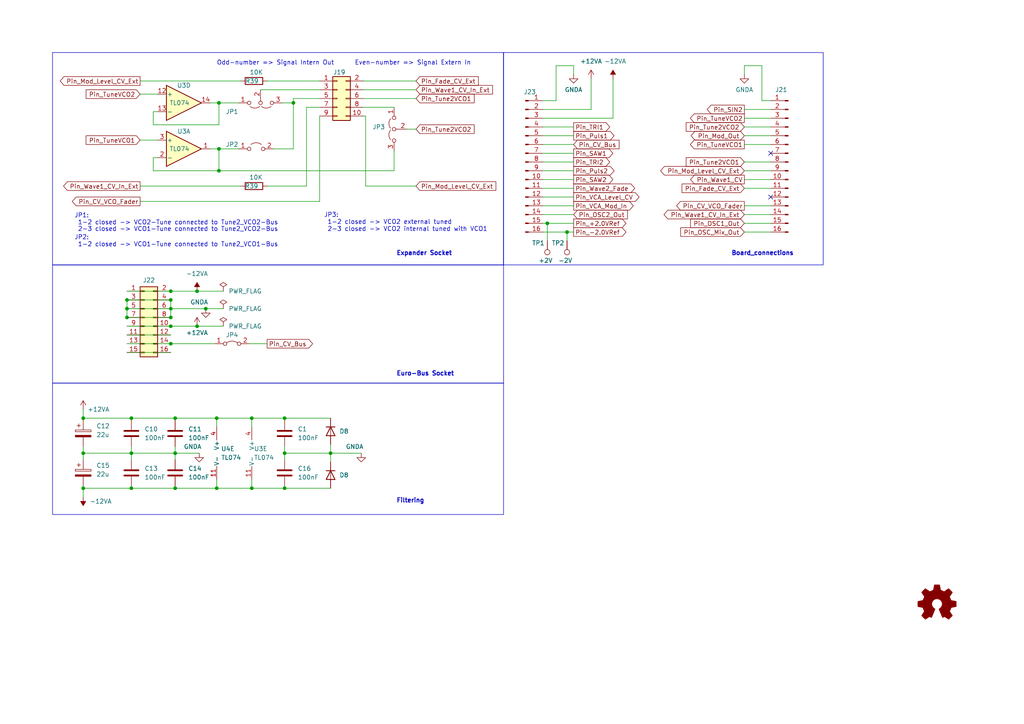
<source format=kicad_sch>
(kicad_sch (version 20230121) (generator eeschema)

  (uuid 46aa8708-e5e4-41a3-a3e2-1aabacd8a4b9)

  (paper "A4")

  (title_block
    (title "2MoreVO")
    (date "2024-07-09")
    (rev "1.0")
    (company "ImooDi")
    (comment 1 "CC BY-NC-SA")
  )

  (lib_symbols
    (symbol "Amplifier_Operational:TL074" (pin_names (offset 0.127)) (in_bom yes) (on_board yes)
      (property "Reference" "U" (at 0 5.08 0)
        (effects (font (size 1.27 1.27)) (justify left))
      )
      (property "Value" "TL074" (at 0 -5.08 0)
        (effects (font (size 1.27 1.27)) (justify left))
      )
      (property "Footprint" "" (at -1.27 2.54 0)
        (effects (font (size 1.27 1.27)) hide)
      )
      (property "Datasheet" "http://www.ti.com/lit/ds/symlink/tl071.pdf" (at 1.27 5.08 0)
        (effects (font (size 1.27 1.27)) hide)
      )
      (property "ki_locked" "" (at 0 0 0)
        (effects (font (size 1.27 1.27)))
      )
      (property "ki_keywords" "quad opamp" (at 0 0 0)
        (effects (font (size 1.27 1.27)) hide)
      )
      (property "ki_description" "Quad Low-Noise JFET-Input Operational Amplifiers, DIP-14/SOIC-14" (at 0 0 0)
        (effects (font (size 1.27 1.27)) hide)
      )
      (property "ki_fp_filters" "SOIC*3.9x8.7mm*P1.27mm* DIP*W7.62mm* TSSOP*4.4x5mm*P0.65mm* SSOP*5.3x6.2mm*P0.65mm* MSOP*3x3mm*P0.5mm*" (at 0 0 0)
        (effects (font (size 1.27 1.27)) hide)
      )
      (symbol "TL074_1_1"
        (polyline
          (pts
            (xy -5.08 5.08)
            (xy 5.08 0)
            (xy -5.08 -5.08)
            (xy -5.08 5.08)
          )
          (stroke (width 0.254) (type default))
          (fill (type background))
        )
        (pin output line (at 7.62 0 180) (length 2.54)
          (name "~" (effects (font (size 1.27 1.27))))
          (number "1" (effects (font (size 1.27 1.27))))
        )
        (pin input line (at -7.62 -2.54 0) (length 2.54)
          (name "-" (effects (font (size 1.27 1.27))))
          (number "2" (effects (font (size 1.27 1.27))))
        )
        (pin input line (at -7.62 2.54 0) (length 2.54)
          (name "+" (effects (font (size 1.27 1.27))))
          (number "3" (effects (font (size 1.27 1.27))))
        )
      )
      (symbol "TL074_2_1"
        (polyline
          (pts
            (xy -5.08 5.08)
            (xy 5.08 0)
            (xy -5.08 -5.08)
            (xy -5.08 5.08)
          )
          (stroke (width 0.254) (type default))
          (fill (type background))
        )
        (pin input line (at -7.62 2.54 0) (length 2.54)
          (name "+" (effects (font (size 1.27 1.27))))
          (number "5" (effects (font (size 1.27 1.27))))
        )
        (pin input line (at -7.62 -2.54 0) (length 2.54)
          (name "-" (effects (font (size 1.27 1.27))))
          (number "6" (effects (font (size 1.27 1.27))))
        )
        (pin output line (at 7.62 0 180) (length 2.54)
          (name "~" (effects (font (size 1.27 1.27))))
          (number "7" (effects (font (size 1.27 1.27))))
        )
      )
      (symbol "TL074_3_1"
        (polyline
          (pts
            (xy -5.08 5.08)
            (xy 5.08 0)
            (xy -5.08 -5.08)
            (xy -5.08 5.08)
          )
          (stroke (width 0.254) (type default))
          (fill (type background))
        )
        (pin input line (at -7.62 2.54 0) (length 2.54)
          (name "+" (effects (font (size 1.27 1.27))))
          (number "10" (effects (font (size 1.27 1.27))))
        )
        (pin output line (at 7.62 0 180) (length 2.54)
          (name "~" (effects (font (size 1.27 1.27))))
          (number "8" (effects (font (size 1.27 1.27))))
        )
        (pin input line (at -7.62 -2.54 0) (length 2.54)
          (name "-" (effects (font (size 1.27 1.27))))
          (number "9" (effects (font (size 1.27 1.27))))
        )
      )
      (symbol "TL074_4_1"
        (polyline
          (pts
            (xy -5.08 5.08)
            (xy 5.08 0)
            (xy -5.08 -5.08)
            (xy -5.08 5.08)
          )
          (stroke (width 0.254) (type default))
          (fill (type background))
        )
        (pin input line (at -7.62 2.54 0) (length 2.54)
          (name "+" (effects (font (size 1.27 1.27))))
          (number "12" (effects (font (size 1.27 1.27))))
        )
        (pin input line (at -7.62 -2.54 0) (length 2.54)
          (name "-" (effects (font (size 1.27 1.27))))
          (number "13" (effects (font (size 1.27 1.27))))
        )
        (pin output line (at 7.62 0 180) (length 2.54)
          (name "~" (effects (font (size 1.27 1.27))))
          (number "14" (effects (font (size 1.27 1.27))))
        )
      )
      (symbol "TL074_5_1"
        (pin power_in line (at -2.54 -7.62 90) (length 3.81)
          (name "V-" (effects (font (size 1.27 1.27))))
          (number "11" (effects (font (size 1.27 1.27))))
        )
        (pin power_in line (at -2.54 7.62 270) (length 3.81)
          (name "V+" (effects (font (size 1.27 1.27))))
          (number "4" (effects (font (size 1.27 1.27))))
        )
      )
    )
    (symbol "Connector:Conn_01x16_Pin" (pin_names (offset 1.016) hide) (in_bom yes) (on_board yes)
      (property "Reference" "J" (at 0 20.32 0)
        (effects (font (size 1.27 1.27)))
      )
      (property "Value" "Conn_01x16_Pin" (at 0 -22.86 0)
        (effects (font (size 1.27 1.27)))
      )
      (property "Footprint" "" (at 0 0 0)
        (effects (font (size 1.27 1.27)) hide)
      )
      (property "Datasheet" "~" (at 0 0 0)
        (effects (font (size 1.27 1.27)) hide)
      )
      (property "ki_locked" "" (at 0 0 0)
        (effects (font (size 1.27 1.27)))
      )
      (property "ki_keywords" "connector" (at 0 0 0)
        (effects (font (size 1.27 1.27)) hide)
      )
      (property "ki_description" "Generic connector, single row, 01x16, script generated" (at 0 0 0)
        (effects (font (size 1.27 1.27)) hide)
      )
      (property "ki_fp_filters" "Connector*:*_1x??_*" (at 0 0 0)
        (effects (font (size 1.27 1.27)) hide)
      )
      (symbol "Conn_01x16_Pin_1_1"
        (polyline
          (pts
            (xy 1.27 -20.32)
            (xy 0.8636 -20.32)
          )
          (stroke (width 0.1524) (type default))
          (fill (type none))
        )
        (polyline
          (pts
            (xy 1.27 -17.78)
            (xy 0.8636 -17.78)
          )
          (stroke (width 0.1524) (type default))
          (fill (type none))
        )
        (polyline
          (pts
            (xy 1.27 -15.24)
            (xy 0.8636 -15.24)
          )
          (stroke (width 0.1524) (type default))
          (fill (type none))
        )
        (polyline
          (pts
            (xy 1.27 -12.7)
            (xy 0.8636 -12.7)
          )
          (stroke (width 0.1524) (type default))
          (fill (type none))
        )
        (polyline
          (pts
            (xy 1.27 -10.16)
            (xy 0.8636 -10.16)
          )
          (stroke (width 0.1524) (type default))
          (fill (type none))
        )
        (polyline
          (pts
            (xy 1.27 -7.62)
            (xy 0.8636 -7.62)
          )
          (stroke (width 0.1524) (type default))
          (fill (type none))
        )
        (polyline
          (pts
            (xy 1.27 -5.08)
            (xy 0.8636 -5.08)
          )
          (stroke (width 0.1524) (type default))
          (fill (type none))
        )
        (polyline
          (pts
            (xy 1.27 -2.54)
            (xy 0.8636 -2.54)
          )
          (stroke (width 0.1524) (type default))
          (fill (type none))
        )
        (polyline
          (pts
            (xy 1.27 0)
            (xy 0.8636 0)
          )
          (stroke (width 0.1524) (type default))
          (fill (type none))
        )
        (polyline
          (pts
            (xy 1.27 2.54)
            (xy 0.8636 2.54)
          )
          (stroke (width 0.1524) (type default))
          (fill (type none))
        )
        (polyline
          (pts
            (xy 1.27 5.08)
            (xy 0.8636 5.08)
          )
          (stroke (width 0.1524) (type default))
          (fill (type none))
        )
        (polyline
          (pts
            (xy 1.27 7.62)
            (xy 0.8636 7.62)
          )
          (stroke (width 0.1524) (type default))
          (fill (type none))
        )
        (polyline
          (pts
            (xy 1.27 10.16)
            (xy 0.8636 10.16)
          )
          (stroke (width 0.1524) (type default))
          (fill (type none))
        )
        (polyline
          (pts
            (xy 1.27 12.7)
            (xy 0.8636 12.7)
          )
          (stroke (width 0.1524) (type default))
          (fill (type none))
        )
        (polyline
          (pts
            (xy 1.27 15.24)
            (xy 0.8636 15.24)
          )
          (stroke (width 0.1524) (type default))
          (fill (type none))
        )
        (polyline
          (pts
            (xy 1.27 17.78)
            (xy 0.8636 17.78)
          )
          (stroke (width 0.1524) (type default))
          (fill (type none))
        )
        (rectangle (start 0.8636 -20.193) (end 0 -20.447)
          (stroke (width 0.1524) (type default))
          (fill (type outline))
        )
        (rectangle (start 0.8636 -17.653) (end 0 -17.907)
          (stroke (width 0.1524) (type default))
          (fill (type outline))
        )
        (rectangle (start 0.8636 -15.113) (end 0 -15.367)
          (stroke (width 0.1524) (type default))
          (fill (type outline))
        )
        (rectangle (start 0.8636 -12.573) (end 0 -12.827)
          (stroke (width 0.1524) (type default))
          (fill (type outline))
        )
        (rectangle (start 0.8636 -10.033) (end 0 -10.287)
          (stroke (width 0.1524) (type default))
          (fill (type outline))
        )
        (rectangle (start 0.8636 -7.493) (end 0 -7.747)
          (stroke (width 0.1524) (type default))
          (fill (type outline))
        )
        (rectangle (start 0.8636 -4.953) (end 0 -5.207)
          (stroke (width 0.1524) (type default))
          (fill (type outline))
        )
        (rectangle (start 0.8636 -2.413) (end 0 -2.667)
          (stroke (width 0.1524) (type default))
          (fill (type outline))
        )
        (rectangle (start 0.8636 0.127) (end 0 -0.127)
          (stroke (width 0.1524) (type default))
          (fill (type outline))
        )
        (rectangle (start 0.8636 2.667) (end 0 2.413)
          (stroke (width 0.1524) (type default))
          (fill (type outline))
        )
        (rectangle (start 0.8636 5.207) (end 0 4.953)
          (stroke (width 0.1524) (type default))
          (fill (type outline))
        )
        (rectangle (start 0.8636 7.747) (end 0 7.493)
          (stroke (width 0.1524) (type default))
          (fill (type outline))
        )
        (rectangle (start 0.8636 10.287) (end 0 10.033)
          (stroke (width 0.1524) (type default))
          (fill (type outline))
        )
        (rectangle (start 0.8636 12.827) (end 0 12.573)
          (stroke (width 0.1524) (type default))
          (fill (type outline))
        )
        (rectangle (start 0.8636 15.367) (end 0 15.113)
          (stroke (width 0.1524) (type default))
          (fill (type outline))
        )
        (rectangle (start 0.8636 17.907) (end 0 17.653)
          (stroke (width 0.1524) (type default))
          (fill (type outline))
        )
        (pin passive line (at 5.08 17.78 180) (length 3.81)
          (name "Pin_1" (effects (font (size 1.27 1.27))))
          (number "1" (effects (font (size 1.27 1.27))))
        )
        (pin passive line (at 5.08 -5.08 180) (length 3.81)
          (name "Pin_10" (effects (font (size 1.27 1.27))))
          (number "10" (effects (font (size 1.27 1.27))))
        )
        (pin passive line (at 5.08 -7.62 180) (length 3.81)
          (name "Pin_11" (effects (font (size 1.27 1.27))))
          (number "11" (effects (font (size 1.27 1.27))))
        )
        (pin passive line (at 5.08 -10.16 180) (length 3.81)
          (name "Pin_12" (effects (font (size 1.27 1.27))))
          (number "12" (effects (font (size 1.27 1.27))))
        )
        (pin passive line (at 5.08 -12.7 180) (length 3.81)
          (name "Pin_13" (effects (font (size 1.27 1.27))))
          (number "13" (effects (font (size 1.27 1.27))))
        )
        (pin passive line (at 5.08 -15.24 180) (length 3.81)
          (name "Pin_14" (effects (font (size 1.27 1.27))))
          (number "14" (effects (font (size 1.27 1.27))))
        )
        (pin passive line (at 5.08 -17.78 180) (length 3.81)
          (name "Pin_15" (effects (font (size 1.27 1.27))))
          (number "15" (effects (font (size 1.27 1.27))))
        )
        (pin passive line (at 5.08 -20.32 180) (length 3.81)
          (name "Pin_16" (effects (font (size 1.27 1.27))))
          (number "16" (effects (font (size 1.27 1.27))))
        )
        (pin passive line (at 5.08 15.24 180) (length 3.81)
          (name "Pin_2" (effects (font (size 1.27 1.27))))
          (number "2" (effects (font (size 1.27 1.27))))
        )
        (pin passive line (at 5.08 12.7 180) (length 3.81)
          (name "Pin_3" (effects (font (size 1.27 1.27))))
          (number "3" (effects (font (size 1.27 1.27))))
        )
        (pin passive line (at 5.08 10.16 180) (length 3.81)
          (name "Pin_4" (effects (font (size 1.27 1.27))))
          (number "4" (effects (font (size 1.27 1.27))))
        )
        (pin passive line (at 5.08 7.62 180) (length 3.81)
          (name "Pin_5" (effects (font (size 1.27 1.27))))
          (number "5" (effects (font (size 1.27 1.27))))
        )
        (pin passive line (at 5.08 5.08 180) (length 3.81)
          (name "Pin_6" (effects (font (size 1.27 1.27))))
          (number "6" (effects (font (size 1.27 1.27))))
        )
        (pin passive line (at 5.08 2.54 180) (length 3.81)
          (name "Pin_7" (effects (font (size 1.27 1.27))))
          (number "7" (effects (font (size 1.27 1.27))))
        )
        (pin passive line (at 5.08 0 180) (length 3.81)
          (name "Pin_8" (effects (font (size 1.27 1.27))))
          (number "8" (effects (font (size 1.27 1.27))))
        )
        (pin passive line (at 5.08 -2.54 180) (length 3.81)
          (name "Pin_9" (effects (font (size 1.27 1.27))))
          (number "9" (effects (font (size 1.27 1.27))))
        )
      )
    )
    (symbol "Connector:TestPoint" (pin_numbers hide) (pin_names (offset 0.762) hide) (in_bom yes) (on_board yes)
      (property "Reference" "TP" (at 0 6.858 0)
        (effects (font (size 1.27 1.27)))
      )
      (property "Value" "TestPoint" (at 0 5.08 0)
        (effects (font (size 1.27 1.27)))
      )
      (property "Footprint" "" (at 5.08 0 0)
        (effects (font (size 1.27 1.27)) hide)
      )
      (property "Datasheet" "~" (at 5.08 0 0)
        (effects (font (size 1.27 1.27)) hide)
      )
      (property "ki_keywords" "test point tp" (at 0 0 0)
        (effects (font (size 1.27 1.27)) hide)
      )
      (property "ki_description" "test point" (at 0 0 0)
        (effects (font (size 1.27 1.27)) hide)
      )
      (property "ki_fp_filters" "Pin* Test*" (at 0 0 0)
        (effects (font (size 1.27 1.27)) hide)
      )
      (symbol "TestPoint_0_1"
        (circle (center 0 3.302) (radius 0.762)
          (stroke (width 0) (type default))
          (fill (type none))
        )
      )
      (symbol "TestPoint_1_1"
        (pin passive line (at 0 0 90) (length 2.54)
          (name "1" (effects (font (size 1.27 1.27))))
          (number "1" (effects (font (size 1.27 1.27))))
        )
      )
    )
    (symbol "Connector_Generic:Conn_02x05_Odd_Even" (pin_names (offset 1.016) hide) (in_bom yes) (on_board yes)
      (property "Reference" "J" (at 1.27 7.62 0)
        (effects (font (size 1.27 1.27)))
      )
      (property "Value" "Conn_02x05_Odd_Even" (at 1.27 -7.62 0)
        (effects (font (size 1.27 1.27)))
      )
      (property "Footprint" "" (at 0 0 0)
        (effects (font (size 1.27 1.27)) hide)
      )
      (property "Datasheet" "~" (at 0 0 0)
        (effects (font (size 1.27 1.27)) hide)
      )
      (property "ki_keywords" "connector" (at 0 0 0)
        (effects (font (size 1.27 1.27)) hide)
      )
      (property "ki_description" "Generic connector, double row, 02x05, odd/even pin numbering scheme (row 1 odd numbers, row 2 even numbers), script generated (kicad-library-utils/schlib/autogen/connector/)" (at 0 0 0)
        (effects (font (size 1.27 1.27)) hide)
      )
      (property "ki_fp_filters" "Connector*:*_2x??_*" (at 0 0 0)
        (effects (font (size 1.27 1.27)) hide)
      )
      (symbol "Conn_02x05_Odd_Even_1_1"
        (rectangle (start -1.27 -4.953) (end 0 -5.207)
          (stroke (width 0.1524) (type default))
          (fill (type none))
        )
        (rectangle (start -1.27 -2.413) (end 0 -2.667)
          (stroke (width 0.1524) (type default))
          (fill (type none))
        )
        (rectangle (start -1.27 0.127) (end 0 -0.127)
          (stroke (width 0.1524) (type default))
          (fill (type none))
        )
        (rectangle (start -1.27 2.667) (end 0 2.413)
          (stroke (width 0.1524) (type default))
          (fill (type none))
        )
        (rectangle (start -1.27 5.207) (end 0 4.953)
          (stroke (width 0.1524) (type default))
          (fill (type none))
        )
        (rectangle (start -1.27 6.35) (end 3.81 -6.35)
          (stroke (width 0.254) (type default))
          (fill (type background))
        )
        (rectangle (start 3.81 -4.953) (end 2.54 -5.207)
          (stroke (width 0.1524) (type default))
          (fill (type none))
        )
        (rectangle (start 3.81 -2.413) (end 2.54 -2.667)
          (stroke (width 0.1524) (type default))
          (fill (type none))
        )
        (rectangle (start 3.81 0.127) (end 2.54 -0.127)
          (stroke (width 0.1524) (type default))
          (fill (type none))
        )
        (rectangle (start 3.81 2.667) (end 2.54 2.413)
          (stroke (width 0.1524) (type default))
          (fill (type none))
        )
        (rectangle (start 3.81 5.207) (end 2.54 4.953)
          (stroke (width 0.1524) (type default))
          (fill (type none))
        )
        (pin passive line (at -5.08 5.08 0) (length 3.81)
          (name "Pin_1" (effects (font (size 1.27 1.27))))
          (number "1" (effects (font (size 1.27 1.27))))
        )
        (pin passive line (at 7.62 -5.08 180) (length 3.81)
          (name "Pin_10" (effects (font (size 1.27 1.27))))
          (number "10" (effects (font (size 1.27 1.27))))
        )
        (pin passive line (at 7.62 5.08 180) (length 3.81)
          (name "Pin_2" (effects (font (size 1.27 1.27))))
          (number "2" (effects (font (size 1.27 1.27))))
        )
        (pin passive line (at -5.08 2.54 0) (length 3.81)
          (name "Pin_3" (effects (font (size 1.27 1.27))))
          (number "3" (effects (font (size 1.27 1.27))))
        )
        (pin passive line (at 7.62 2.54 180) (length 3.81)
          (name "Pin_4" (effects (font (size 1.27 1.27))))
          (number "4" (effects (font (size 1.27 1.27))))
        )
        (pin passive line (at -5.08 0 0) (length 3.81)
          (name "Pin_5" (effects (font (size 1.27 1.27))))
          (number "5" (effects (font (size 1.27 1.27))))
        )
        (pin passive line (at 7.62 0 180) (length 3.81)
          (name "Pin_6" (effects (font (size 1.27 1.27))))
          (number "6" (effects (font (size 1.27 1.27))))
        )
        (pin passive line (at -5.08 -2.54 0) (length 3.81)
          (name "Pin_7" (effects (font (size 1.27 1.27))))
          (number "7" (effects (font (size 1.27 1.27))))
        )
        (pin passive line (at 7.62 -2.54 180) (length 3.81)
          (name "Pin_8" (effects (font (size 1.27 1.27))))
          (number "8" (effects (font (size 1.27 1.27))))
        )
        (pin passive line (at -5.08 -5.08 0) (length 3.81)
          (name "Pin_9" (effects (font (size 1.27 1.27))))
          (number "9" (effects (font (size 1.27 1.27))))
        )
      )
    )
    (symbol "Connector_Generic:Conn_02x08_Odd_Even" (pin_names (offset 1.016) hide) (in_bom yes) (on_board yes)
      (property "Reference" "J" (at 1.27 10.16 0)
        (effects (font (size 1.27 1.27)))
      )
      (property "Value" "Conn_02x08_Odd_Even" (at 1.27 -12.7 0)
        (effects (font (size 1.27 1.27)))
      )
      (property "Footprint" "" (at 0 0 0)
        (effects (font (size 1.27 1.27)) hide)
      )
      (property "Datasheet" "~" (at 0 0 0)
        (effects (font (size 1.27 1.27)) hide)
      )
      (property "ki_keywords" "connector" (at 0 0 0)
        (effects (font (size 1.27 1.27)) hide)
      )
      (property "ki_description" "Generic connector, double row, 02x08, odd/even pin numbering scheme (row 1 odd numbers, row 2 even numbers), script generated (kicad-library-utils/schlib/autogen/connector/)" (at 0 0 0)
        (effects (font (size 1.27 1.27)) hide)
      )
      (property "ki_fp_filters" "Connector*:*_2x??_*" (at 0 0 0)
        (effects (font (size 1.27 1.27)) hide)
      )
      (symbol "Conn_02x08_Odd_Even_1_1"
        (rectangle (start -1.27 -10.033) (end 0 -10.287)
          (stroke (width 0.1524) (type default))
          (fill (type none))
        )
        (rectangle (start -1.27 -7.493) (end 0 -7.747)
          (stroke (width 0.1524) (type default))
          (fill (type none))
        )
        (rectangle (start -1.27 -4.953) (end 0 -5.207)
          (stroke (width 0.1524) (type default))
          (fill (type none))
        )
        (rectangle (start -1.27 -2.413) (end 0 -2.667)
          (stroke (width 0.1524) (type default))
          (fill (type none))
        )
        (rectangle (start -1.27 0.127) (end 0 -0.127)
          (stroke (width 0.1524) (type default))
          (fill (type none))
        )
        (rectangle (start -1.27 2.667) (end 0 2.413)
          (stroke (width 0.1524) (type default))
          (fill (type none))
        )
        (rectangle (start -1.27 5.207) (end 0 4.953)
          (stroke (width 0.1524) (type default))
          (fill (type none))
        )
        (rectangle (start -1.27 7.747) (end 0 7.493)
          (stroke (width 0.1524) (type default))
          (fill (type none))
        )
        (rectangle (start -1.27 8.89) (end 3.81 -11.43)
          (stroke (width 0.254) (type default))
          (fill (type background))
        )
        (rectangle (start 3.81 -10.033) (end 2.54 -10.287)
          (stroke (width 0.1524) (type default))
          (fill (type none))
        )
        (rectangle (start 3.81 -7.493) (end 2.54 -7.747)
          (stroke (width 0.1524) (type default))
          (fill (type none))
        )
        (rectangle (start 3.81 -4.953) (end 2.54 -5.207)
          (stroke (width 0.1524) (type default))
          (fill (type none))
        )
        (rectangle (start 3.81 -2.413) (end 2.54 -2.667)
          (stroke (width 0.1524) (type default))
          (fill (type none))
        )
        (rectangle (start 3.81 0.127) (end 2.54 -0.127)
          (stroke (width 0.1524) (type default))
          (fill (type none))
        )
        (rectangle (start 3.81 2.667) (end 2.54 2.413)
          (stroke (width 0.1524) (type default))
          (fill (type none))
        )
        (rectangle (start 3.81 5.207) (end 2.54 4.953)
          (stroke (width 0.1524) (type default))
          (fill (type none))
        )
        (rectangle (start 3.81 7.747) (end 2.54 7.493)
          (stroke (width 0.1524) (type default))
          (fill (type none))
        )
        (pin passive line (at -5.08 7.62 0) (length 3.81)
          (name "Pin_1" (effects (font (size 1.27 1.27))))
          (number "1" (effects (font (size 1.27 1.27))))
        )
        (pin passive line (at 7.62 -2.54 180) (length 3.81)
          (name "Pin_10" (effects (font (size 1.27 1.27))))
          (number "10" (effects (font (size 1.27 1.27))))
        )
        (pin passive line (at -5.08 -5.08 0) (length 3.81)
          (name "Pin_11" (effects (font (size 1.27 1.27))))
          (number "11" (effects (font (size 1.27 1.27))))
        )
        (pin passive line (at 7.62 -5.08 180) (length 3.81)
          (name "Pin_12" (effects (font (size 1.27 1.27))))
          (number "12" (effects (font (size 1.27 1.27))))
        )
        (pin passive line (at -5.08 -7.62 0) (length 3.81)
          (name "Pin_13" (effects (font (size 1.27 1.27))))
          (number "13" (effects (font (size 1.27 1.27))))
        )
        (pin passive line (at 7.62 -7.62 180) (length 3.81)
          (name "Pin_14" (effects (font (size 1.27 1.27))))
          (number "14" (effects (font (size 1.27 1.27))))
        )
        (pin passive line (at -5.08 -10.16 0) (length 3.81)
          (name "Pin_15" (effects (font (size 1.27 1.27))))
          (number "15" (effects (font (size 1.27 1.27))))
        )
        (pin passive line (at 7.62 -10.16 180) (length 3.81)
          (name "Pin_16" (effects (font (size 1.27 1.27))))
          (number "16" (effects (font (size 1.27 1.27))))
        )
        (pin passive line (at 7.62 7.62 180) (length 3.81)
          (name "Pin_2" (effects (font (size 1.27 1.27))))
          (number "2" (effects (font (size 1.27 1.27))))
        )
        (pin passive line (at -5.08 5.08 0) (length 3.81)
          (name "Pin_3" (effects (font (size 1.27 1.27))))
          (number "3" (effects (font (size 1.27 1.27))))
        )
        (pin passive line (at 7.62 5.08 180) (length 3.81)
          (name "Pin_4" (effects (font (size 1.27 1.27))))
          (number "4" (effects (font (size 1.27 1.27))))
        )
        (pin passive line (at -5.08 2.54 0) (length 3.81)
          (name "Pin_5" (effects (font (size 1.27 1.27))))
          (number "5" (effects (font (size 1.27 1.27))))
        )
        (pin passive line (at 7.62 2.54 180) (length 3.81)
          (name "Pin_6" (effects (font (size 1.27 1.27))))
          (number "6" (effects (font (size 1.27 1.27))))
        )
        (pin passive line (at -5.08 0 0) (length 3.81)
          (name "Pin_7" (effects (font (size 1.27 1.27))))
          (number "7" (effects (font (size 1.27 1.27))))
        )
        (pin passive line (at 7.62 0 180) (length 3.81)
          (name "Pin_8" (effects (font (size 1.27 1.27))))
          (number "8" (effects (font (size 1.27 1.27))))
        )
        (pin passive line (at -5.08 -2.54 0) (length 3.81)
          (name "Pin_9" (effects (font (size 1.27 1.27))))
          (number "9" (effects (font (size 1.27 1.27))))
        )
      )
    )
    (symbol "Graphic:Logo_Open_Hardware_Small" (in_bom no) (on_board no)
      (property "Reference" "#SYM" (at 0 6.985 0)
        (effects (font (size 1.27 1.27)) hide)
      )
      (property "Value" "Logo_Open_Hardware_Small" (at 0 -5.715 0)
        (effects (font (size 1.27 1.27)) hide)
      )
      (property "Footprint" "" (at 0 0 0)
        (effects (font (size 1.27 1.27)) hide)
      )
      (property "Datasheet" "~" (at 0 0 0)
        (effects (font (size 1.27 1.27)) hide)
      )
      (property "Sim.Enable" "0" (at 0 0 0)
        (effects (font (size 1.27 1.27)) hide)
      )
      (property "ki_keywords" "Logo" (at 0 0 0)
        (effects (font (size 1.27 1.27)) hide)
      )
      (property "ki_description" "Open Hardware logo, small" (at 0 0 0)
        (effects (font (size 1.27 1.27)) hide)
      )
      (symbol "Logo_Open_Hardware_Small_0_1"
        (polyline
          (pts
            (xy 3.3528 -4.3434)
            (xy 3.302 -4.318)
            (xy 3.175 -4.2418)
            (xy 2.9972 -4.1148)
            (xy 2.7686 -3.9624)
            (xy 2.54 -3.81)
            (xy 2.3622 -3.7084)
            (xy 2.2352 -3.6068)
            (xy 2.1844 -3.5814)
            (xy 2.159 -3.6068)
            (xy 2.0574 -3.6576)
            (xy 1.905 -3.7338)
            (xy 1.8034 -3.7846)
            (xy 1.6764 -3.8354)
            (xy 1.6002 -3.8354)
            (xy 1.6002 -3.8354)
            (xy 1.5494 -3.7338)
            (xy 1.4732 -3.5306)
            (xy 1.3462 -3.302)
            (xy 1.2446 -3.0226)
            (xy 1.1176 -2.7178)
            (xy 0.9652 -2.413)
            (xy 0.8636 -2.1082)
            (xy 0.7366 -1.8288)
            (xy 0.6604 -1.6256)
            (xy 0.6096 -1.4732)
            (xy 0.5842 -1.397)
            (xy 0.5842 -1.397)
            (xy 0.6604 -1.3208)
            (xy 0.7874 -1.2446)
            (xy 1.0414 -1.016)
            (xy 1.2954 -0.6858)
            (xy 1.4478 -0.3302)
            (xy 1.524 0.0762)
            (xy 1.4732 0.4572)
            (xy 1.3208 0.8128)
            (xy 1.0668 1.143)
            (xy 0.762 1.3716)
            (xy 0.4064 1.524)
            (xy 0 1.5748)
            (xy -0.381 1.5494)
            (xy -0.7366 1.397)
            (xy -1.0668 1.143)
            (xy -1.2192 0.9906)
            (xy -1.397 0.6604)
            (xy -1.524 0.3048)
            (xy -1.524 0.2286)
            (xy -1.4986 -0.1778)
            (xy -1.397 -0.5334)
            (xy -1.1938 -0.8636)
            (xy -0.9144 -1.143)
            (xy -0.8636 -1.1684)
            (xy -0.7366 -1.27)
            (xy -0.635 -1.3462)
            (xy -0.5842 -1.397)
            (xy -1.0668 -2.5908)
            (xy -1.143 -2.794)
            (xy -1.2954 -3.1242)
            (xy -1.397 -3.4036)
            (xy -1.4986 -3.6322)
            (xy -1.5748 -3.7846)
            (xy -1.6002 -3.8354)
            (xy -1.6002 -3.8354)
            (xy -1.651 -3.8354)
            (xy -1.7272 -3.81)
            (xy -1.905 -3.7338)
            (xy -2.0066 -3.683)
            (xy -2.1336 -3.6068)
            (xy -2.2098 -3.5814)
            (xy -2.2606 -3.6068)
            (xy -2.3622 -3.683)
            (xy -2.54 -3.81)
            (xy -2.7686 -3.9624)
            (xy -2.9718 -4.0894)
            (xy -3.1496 -4.2164)
            (xy -3.302 -4.318)
            (xy -3.3528 -4.3434)
            (xy -3.3782 -4.3434)
            (xy -3.429 -4.318)
            (xy -3.5306 -4.2164)
            (xy -3.7084 -4.064)
            (xy -3.937 -3.8354)
            (xy -3.9624 -3.81)
            (xy -4.1656 -3.6068)
            (xy -4.318 -3.4544)
            (xy -4.4196 -3.3274)
            (xy -4.445 -3.2766)
            (xy -4.445 -3.2766)
            (xy -4.4196 -3.2258)
            (xy -4.318 -3.0734)
            (xy -4.2164 -2.8956)
            (xy -4.064 -2.667)
            (xy -3.6576 -2.0828)
            (xy -3.8862 -1.5494)
            (xy -3.937 -1.3716)
            (xy -4.0386 -1.1684)
            (xy -4.0894 -1.0414)
            (xy -4.1148 -0.9652)
            (xy -4.191 -0.9398)
            (xy -4.318 -0.9144)
            (xy -4.5466 -0.8636)
            (xy -4.8006 -0.8128)
            (xy -5.0546 -0.7874)
            (xy -5.2578 -0.7366)
            (xy -5.4356 -0.7112)
            (xy -5.5118 -0.6858)
            (xy -5.5118 -0.6858)
            (xy -5.5372 -0.635)
            (xy -5.5372 -0.5588)
            (xy -5.5372 -0.4318)
            (xy -5.5626 -0.2286)
            (xy -5.5626 0.0762)
            (xy -5.5626 0.127)
            (xy -5.5372 0.4064)
            (xy -5.5372 0.635)
            (xy -5.5372 0.762)
            (xy -5.5372 0.8382)
            (xy -5.5372 0.8382)
            (xy -5.461 0.8382)
            (xy -5.3086 0.889)
            (xy -5.08 0.9144)
            (xy -4.826 0.9652)
            (xy -4.8006 0.9906)
            (xy -4.5466 1.0414)
            (xy -4.318 1.0668)
            (xy -4.1656 1.1176)
            (xy -4.0894 1.143)
            (xy -4.0894 1.143)
            (xy -4.0386 1.2446)
            (xy -3.9624 1.4224)
            (xy -3.8608 1.6256)
            (xy -3.7846 1.8288)
            (xy -3.7084 2.0066)
            (xy -3.6576 2.159)
            (xy -3.6322 2.2098)
            (xy -3.6322 2.2098)
            (xy -3.683 2.286)
            (xy -3.7592 2.413)
            (xy -3.8862 2.5908)
            (xy -4.064 2.8194)
            (xy -4.064 2.8448)
            (xy -4.2164 3.0734)
            (xy -4.3434 3.2512)
            (xy -4.4196 3.3782)
            (xy -4.445 3.4544)
            (xy -4.445 3.4544)
            (xy -4.3942 3.5052)
            (xy -4.2926 3.6322)
            (xy -4.1148 3.81)
            (xy -3.937 4.0132)
            (xy -3.8608 4.064)
            (xy -3.6576 4.2926)
            (xy -3.5052 4.4196)
            (xy -3.4036 4.4958)
            (xy -3.3528 4.5212)
            (xy -3.3528 4.5212)
            (xy -3.302 4.4704)
            (xy -3.1496 4.3688)
            (xy -2.9718 4.2418)
            (xy -2.7432 4.0894)
            (xy -2.7178 4.0894)
            (xy -2.4892 3.937)
            (xy -2.3114 3.81)
            (xy -2.1844 3.7084)
            (xy -2.1336 3.683)
            (xy -2.1082 3.683)
            (xy -2.032 3.7084)
            (xy -1.8542 3.7592)
            (xy -1.6764 3.8354)
            (xy -1.4732 3.937)
            (xy -1.27 4.0132)
            (xy -1.143 4.064)
            (xy -1.0668 4.1148)
            (xy -1.0668 4.1148)
            (xy -1.0414 4.191)
            (xy -1.016 4.3434)
            (xy -0.9652 4.572)
            (xy -0.9144 4.8514)
            (xy -0.889 4.9022)
            (xy -0.8382 5.1562)
            (xy -0.8128 5.3848)
            (xy -0.7874 5.5372)
            (xy -0.762 5.588)
            (xy -0.7112 5.6134)
            (xy -0.5842 5.6134)
            (xy -0.4064 5.6134)
            (xy -0.1524 5.6134)
            (xy 0.0762 5.6134)
            (xy 0.3302 5.6134)
            (xy 0.5334 5.6134)
            (xy 0.6858 5.588)
            (xy 0.7366 5.588)
            (xy 0.7366 5.588)
            (xy 0.762 5.5118)
            (xy 0.8128 5.334)
            (xy 0.8382 5.1054)
            (xy 0.9144 4.826)
            (xy 0.9144 4.7752)
            (xy 0.9652 4.5212)
            (xy 1.016 4.2926)
            (xy 1.0414 4.1402)
            (xy 1.0668 4.0894)
            (xy 1.0668 4.0894)
            (xy 1.1938 4.0386)
            (xy 1.3716 3.9624)
            (xy 1.5748 3.8608)
            (xy 2.0828 3.6576)
            (xy 2.7178 4.0894)
            (xy 2.7686 4.1402)
            (xy 2.9972 4.2926)
            (xy 3.175 4.4196)
            (xy 3.302 4.4958)
            (xy 3.3782 4.5212)
            (xy 3.3782 4.5212)
            (xy 3.429 4.4704)
            (xy 3.556 4.3434)
            (xy 3.7338 4.191)
            (xy 3.9116 3.9878)
            (xy 4.064 3.8354)
            (xy 4.2418 3.6576)
            (xy 4.3434 3.556)
            (xy 4.4196 3.4798)
            (xy 4.4196 3.429)
            (xy 4.4196 3.4036)
            (xy 4.3942 3.3274)
            (xy 4.2926 3.2004)
            (xy 4.1656 2.9972)
            (xy 4.0132 2.794)
            (xy 3.8862 2.5908)
            (xy 3.7592 2.3876)
            (xy 3.6576 2.2352)
            (xy 3.6322 2.159)
            (xy 3.6322 2.1336)
            (xy 3.683 2.0066)
            (xy 3.7592 1.8288)
            (xy 3.8608 1.6002)
            (xy 4.064 1.1176)
            (xy 4.3942 1.0414)
            (xy 4.5974 1.016)
            (xy 4.8768 0.9652)
            (xy 5.1308 0.9144)
            (xy 5.5372 0.8382)
            (xy 5.5626 -0.6604)
            (xy 5.4864 -0.6858)
            (xy 5.4356 -0.6858)
            (xy 5.2832 -0.7366)
            (xy 5.0546 -0.762)
            (xy 4.8006 -0.8128)
            (xy 4.5974 -0.8636)
            (xy 4.3688 -0.9144)
            (xy 4.2164 -0.9398)
            (xy 4.1402 -0.9398)
            (xy 4.1148 -0.9652)
            (xy 4.064 -1.0668)
            (xy 3.9878 -1.2446)
            (xy 3.9116 -1.4478)
            (xy 3.81 -1.651)
            (xy 3.7338 -1.8542)
            (xy 3.683 -2.0066)
            (xy 3.6576 -2.0828)
            (xy 3.683 -2.1336)
            (xy 3.7846 -2.2606)
            (xy 3.8862 -2.4638)
            (xy 4.0386 -2.667)
            (xy 4.191 -2.8956)
            (xy 4.318 -3.0734)
            (xy 4.3942 -3.2004)
            (xy 4.445 -3.2766)
            (xy 4.4196 -3.3274)
            (xy 4.3434 -3.429)
            (xy 4.1656 -3.5814)
            (xy 3.937 -3.8354)
            (xy 3.8862 -3.8608)
            (xy 3.683 -4.064)
            (xy 3.5306 -4.2164)
            (xy 3.4036 -4.318)
            (xy 3.3528 -4.3434)
          )
          (stroke (width 0) (type default))
          (fill (type outline))
        )
      )
    )
    (symbol "Jumper:Jumper_3_Open" (pin_names (offset 0) hide) (in_bom yes) (on_board yes)
      (property "Reference" "JP" (at -2.54 -2.54 0)
        (effects (font (size 1.27 1.27)))
      )
      (property "Value" "Jumper_3_Open" (at 0 2.794 0)
        (effects (font (size 1.27 1.27)))
      )
      (property "Footprint" "" (at 0 0 0)
        (effects (font (size 1.27 1.27)) hide)
      )
      (property "Datasheet" "~" (at 0 0 0)
        (effects (font (size 1.27 1.27)) hide)
      )
      (property "ki_keywords" "Jumper SPDT" (at 0 0 0)
        (effects (font (size 1.27 1.27)) hide)
      )
      (property "ki_description" "Jumper, 3-pole, both open" (at 0 0 0)
        (effects (font (size 1.27 1.27)) hide)
      )
      (property "ki_fp_filters" "Jumper* TestPoint*3Pads* TestPoint*Bridge*" (at 0 0 0)
        (effects (font (size 1.27 1.27)) hide)
      )
      (symbol "Jumper_3_Open_0_0"
        (circle (center -3.302 0) (radius 0.508)
          (stroke (width 0) (type default))
          (fill (type none))
        )
        (circle (center 0 0) (radius 0.508)
          (stroke (width 0) (type default))
          (fill (type none))
        )
        (circle (center 3.302 0) (radius 0.508)
          (stroke (width 0) (type default))
          (fill (type none))
        )
      )
      (symbol "Jumper_3_Open_0_1"
        (arc (start -0.254 1.016) (mid -1.651 1.4992) (end -3.048 1.016)
          (stroke (width 0) (type default))
          (fill (type none))
        )
        (polyline
          (pts
            (xy 0 -0.508)
            (xy 0 -1.27)
          )
          (stroke (width 0) (type default))
          (fill (type none))
        )
        (arc (start 3.048 1.016) (mid 1.651 1.4992) (end 0.254 1.016)
          (stroke (width 0) (type default))
          (fill (type none))
        )
      )
      (symbol "Jumper_3_Open_1_1"
        (pin passive line (at -6.35 0 0) (length 2.54)
          (name "A" (effects (font (size 1.27 1.27))))
          (number "1" (effects (font (size 1.27 1.27))))
        )
        (pin passive line (at 0 -3.81 90) (length 2.54)
          (name "C" (effects (font (size 1.27 1.27))))
          (number "2" (effects (font (size 1.27 1.27))))
        )
        (pin passive line (at 6.35 0 180) (length 2.54)
          (name "B" (effects (font (size 1.27 1.27))))
          (number "3" (effects (font (size 1.27 1.27))))
        )
      )
    )
    (symbol "Library:C" (pin_numbers hide) (pin_names (offset 0.254)) (in_bom yes) (on_board yes)
      (property "Reference" "C" (at 0.635 2.54 0)
        (effects (font (size 1.27 1.27)) (justify left))
      )
      (property "Value" "C" (at 0.635 -2.54 0)
        (effects (font (size 1.27 1.27)) (justify left))
      )
      (property "Footprint" "" (at 0.9652 -3.81 0)
        (effects (font (size 1.27 1.27)) hide)
      )
      (property "Datasheet" "~" (at 0 0 0)
        (effects (font (size 1.27 1.27)) hide)
      )
      (property "ki_keywords" "cap capacitor" (at 0 0 0)
        (effects (font (size 1.27 1.27)) hide)
      )
      (property "ki_description" "Unpolarized capacitor" (at 0 0 0)
        (effects (font (size 1.27 1.27)) hide)
      )
      (property "ki_fp_filters" "C_*" (at 0 0 0)
        (effects (font (size 1.27 1.27)) hide)
      )
      (symbol "C_0_1"
        (polyline
          (pts
            (xy -2.032 -0.762)
            (xy 2.032 -0.762)
          )
          (stroke (width 0.508) (type default))
          (fill (type none))
        )
        (polyline
          (pts
            (xy -2.032 0.762)
            (xy 2.032 0.762)
          )
          (stroke (width 0.508) (type default))
          (fill (type none))
        )
      )
      (symbol "C_1_1"
        (pin passive line (at 0 3.81 270) (length 2.794)
          (name "~" (effects (font (size 1.27 1.27))))
          (number "1" (effects (font (size 1.27 1.27))))
        )
        (pin passive line (at 0 -3.81 90) (length 2.794)
          (name "~" (effects (font (size 1.27 1.27))))
          (number "2" (effects (font (size 1.27 1.27))))
        )
      )
    )
    (symbol "Library:C_Polarized" (pin_numbers hide) (pin_names (offset 0.254)) (in_bom yes) (on_board yes)
      (property "Reference" "C" (at 0.635 2.54 0)
        (effects (font (size 1.27 1.27)) (justify left))
      )
      (property "Value" "C_Polarized" (at 0.635 -2.54 0)
        (effects (font (size 1.27 1.27)) (justify left))
      )
      (property "Footprint" "" (at 0.9652 -3.81 0)
        (effects (font (size 1.27 1.27)) hide)
      )
      (property "Datasheet" "~" (at 0 0 0)
        (effects (font (size 1.27 1.27)) hide)
      )
      (property "ki_keywords" "cap capacitor" (at 0 0 0)
        (effects (font (size 1.27 1.27)) hide)
      )
      (property "ki_description" "Polarized capacitor" (at 0 0 0)
        (effects (font (size 1.27 1.27)) hide)
      )
      (property "ki_fp_filters" "CP_*" (at 0 0 0)
        (effects (font (size 1.27 1.27)) hide)
      )
      (symbol "C_Polarized_0_1"
        (rectangle (start -2.286 0.508) (end 2.286 1.016)
          (stroke (width 0) (type default))
          (fill (type none))
        )
        (polyline
          (pts
            (xy -1.778 2.286)
            (xy -0.762 2.286)
          )
          (stroke (width 0) (type default))
          (fill (type none))
        )
        (polyline
          (pts
            (xy -1.27 2.794)
            (xy -1.27 1.778)
          )
          (stroke (width 0) (type default))
          (fill (type none))
        )
        (rectangle (start 2.286 -0.508) (end -2.286 -1.016)
          (stroke (width 0) (type default))
          (fill (type outline))
        )
      )
      (symbol "C_Polarized_1_1"
        (pin passive line (at 0 3.81 270) (length 2.794)
          (name "~" (effects (font (size 1.27 1.27))))
          (number "1" (effects (font (size 1.27 1.27))))
        )
        (pin passive line (at 0 -3.81 90) (length 2.794)
          (name "~" (effects (font (size 1.27 1.27))))
          (number "2" (effects (font (size 1.27 1.27))))
        )
      )
    )
    (symbol "Library:D" (pin_numbers hide) (pin_names (offset 1.016) hide) (in_bom yes) (on_board yes)
      (property "Reference" "D" (at 0 2.54 0)
        (effects (font (size 1.27 1.27)))
      )
      (property "Value" "D" (at 0 -2.54 0)
        (effects (font (size 1.27 1.27)))
      )
      (property "Footprint" "" (at 0 0 0)
        (effects (font (size 1.27 1.27)) hide)
      )
      (property "Datasheet" "~" (at 0 0 0)
        (effects (font (size 1.27 1.27)) hide)
      )
      (property "Sim.Device" "D" (at 0 0 0)
        (effects (font (size 1.27 1.27)) hide)
      )
      (property "Sim.Pins" "1=K 2=A" (at 0 0 0)
        (effects (font (size 1.27 1.27)) hide)
      )
      (property "ki_keywords" "diode" (at 0 0 0)
        (effects (font (size 1.27 1.27)) hide)
      )
      (property "ki_description" "Diode" (at 0 0 0)
        (effects (font (size 1.27 1.27)) hide)
      )
      (property "ki_fp_filters" "TO-???* *_Diode_* *SingleDiode* D_*" (at 0 0 0)
        (effects (font (size 1.27 1.27)) hide)
      )
      (symbol "D_0_1"
        (polyline
          (pts
            (xy -1.27 1.27)
            (xy -1.27 -1.27)
          )
          (stroke (width 0.254) (type default))
          (fill (type none))
        )
        (polyline
          (pts
            (xy 1.27 0)
            (xy -1.27 0)
          )
          (stroke (width 0) (type default))
          (fill (type none))
        )
        (polyline
          (pts
            (xy 1.27 1.27)
            (xy 1.27 -1.27)
            (xy -1.27 0)
            (xy 1.27 1.27)
          )
          (stroke (width 0.254) (type default))
          (fill (type none))
        )
      )
      (symbol "D_1_1"
        (pin passive line (at -3.81 0 0) (length 2.54)
          (name "K" (effects (font (size 1.27 1.27))))
          (number "1" (effects (font (size 1.27 1.27))))
        )
        (pin passive line (at 3.81 0 180) (length 2.54)
          (name "A" (effects (font (size 1.27 1.27))))
          (number "2" (effects (font (size 1.27 1.27))))
        )
      )
    )
    (symbol "Library:Jumper_2_Bridged" (pin_names (offset 0) hide) (in_bom yes) (on_board yes)
      (property "Reference" "JP" (at 0 1.905 0)
        (effects (font (size 1.27 1.27)))
      )
      (property "Value" "Jumper_2_Bridged" (at 0 -2.54 0)
        (effects (font (size 1.27 1.27)))
      )
      (property "Footprint" "" (at 0 0 0)
        (effects (font (size 1.27 1.27)) hide)
      )
      (property "Datasheet" "~" (at 0 0 0)
        (effects (font (size 1.27 1.27)) hide)
      )
      (property "ki_keywords" "Jumper SPST" (at 0 0 0)
        (effects (font (size 1.27 1.27)) hide)
      )
      (property "ki_description" "Jumper, 2-pole, closed/bridged" (at 0 0 0)
        (effects (font (size 1.27 1.27)) hide)
      )
      (property "ki_fp_filters" "Jumper* TestPoint*2Pads* TestPoint*Bridge*" (at 0 0 0)
        (effects (font (size 1.27 1.27)) hide)
      )
      (symbol "Jumper_2_Bridged_0_0"
        (circle (center -2.032 0) (radius 0.508)
          (stroke (width 0) (type default))
          (fill (type none))
        )
        (circle (center 2.032 0) (radius 0.508)
          (stroke (width 0) (type default))
          (fill (type none))
        )
      )
      (symbol "Jumper_2_Bridged_0_1"
        (arc (start 1.524 0.254) (mid 0 0.762) (end -1.524 0.254)
          (stroke (width 0) (type default))
          (fill (type none))
        )
      )
      (symbol "Jumper_2_Bridged_1_1"
        (pin passive line (at -5.08 0 0) (length 2.54)
          (name "A" (effects (font (size 1.27 1.27))))
          (number "1" (effects (font (size 1.27 1.27))))
        )
        (pin passive line (at 5.08 0 180) (length 2.54)
          (name "B" (effects (font (size 1.27 1.27))))
          (number "2" (effects (font (size 1.27 1.27))))
        )
      )
    )
    (symbol "Library:Jumper_2_Open" (pin_names (offset 0) hide) (in_bom yes) (on_board yes)
      (property "Reference" "JP" (at 0 2.794 0)
        (effects (font (size 1.27 1.27)))
      )
      (property "Value" "Jumper_2_Open" (at 0 -2.286 0)
        (effects (font (size 1.27 1.27)))
      )
      (property "Footprint" "" (at 0 0 0)
        (effects (font (size 1.27 1.27)) hide)
      )
      (property "Datasheet" "~" (at 0 0 0)
        (effects (font (size 1.27 1.27)) hide)
      )
      (property "ki_keywords" "Jumper SPST" (at 0 0 0)
        (effects (font (size 1.27 1.27)) hide)
      )
      (property "ki_description" "Jumper, 2-pole, open" (at 0 0 0)
        (effects (font (size 1.27 1.27)) hide)
      )
      (property "ki_fp_filters" "Jumper* TestPoint*2Pads* TestPoint*Bridge*" (at 0 0 0)
        (effects (font (size 1.27 1.27)) hide)
      )
      (symbol "Jumper_2_Open_0_0"
        (circle (center -2.032 0) (radius 0.508)
          (stroke (width 0) (type default))
          (fill (type none))
        )
        (circle (center 2.032 0) (radius 0.508)
          (stroke (width 0) (type default))
          (fill (type none))
        )
      )
      (symbol "Jumper_2_Open_0_1"
        (arc (start 1.524 1.27) (mid 0 1.778) (end -1.524 1.27)
          (stroke (width 0) (type default))
          (fill (type none))
        )
      )
      (symbol "Jumper_2_Open_1_1"
        (pin passive line (at -5.08 0 0) (length 2.54)
          (name "A" (effects (font (size 1.27 1.27))))
          (number "1" (effects (font (size 1.27 1.27))))
        )
        (pin passive line (at 5.08 0 180) (length 2.54)
          (name "B" (effects (font (size 1.27 1.27))))
          (number "2" (effects (font (size 1.27 1.27))))
        )
      )
    )
    (symbol "Library:R" (pin_numbers hide) (pin_names (offset 0)) (in_bom yes) (on_board yes)
      (property "Reference" "R" (at 2.032 0 90)
        (effects (font (size 1.27 1.27)))
      )
      (property "Value" "R" (at 0 0 90)
        (effects (font (size 1.27 1.27)))
      )
      (property "Footprint" "" (at -1.778 0 90)
        (effects (font (size 1.27 1.27)) hide)
      )
      (property "Datasheet" "~" (at 0 0 0)
        (effects (font (size 1.27 1.27)) hide)
      )
      (property "ki_keywords" "R res resistor" (at 0 0 0)
        (effects (font (size 1.27 1.27)) hide)
      )
      (property "ki_description" "Resistor" (at 0 0 0)
        (effects (font (size 1.27 1.27)) hide)
      )
      (property "ki_fp_filters" "R_*" (at 0 0 0)
        (effects (font (size 1.27 1.27)) hide)
      )
      (symbol "R_0_1"
        (rectangle (start -1.016 -2.54) (end 1.016 2.54)
          (stroke (width 0.254) (type default))
          (fill (type none))
        )
      )
      (symbol "R_1_1"
        (pin passive line (at 0 3.81 270) (length 1.27)
          (name "~" (effects (font (size 1.27 1.27))))
          (number "1" (effects (font (size 1.27 1.27))))
        )
        (pin passive line (at 0 -3.81 90) (length 1.27)
          (name "~" (effects (font (size 1.27 1.27))))
          (number "2" (effects (font (size 1.27 1.27))))
        )
      )
    )
    (symbol "Library:TL074" (pin_names (offset 0.127)) (in_bom yes) (on_board yes)
      (property "Reference" "U" (at 0 5.08 0)
        (effects (font (size 1.27 1.27)) (justify left))
      )
      (property "Value" "TL074" (at 0 -5.08 0)
        (effects (font (size 1.27 1.27)) (justify left))
      )
      (property "Footprint" "" (at -1.27 2.54 0)
        (effects (font (size 1.27 1.27)) hide)
      )
      (property "Datasheet" "http://www.ti.com/lit/ds/symlink/tl071.pdf" (at 1.27 5.08 0)
        (effects (font (size 1.27 1.27)) hide)
      )
      (property "ki_locked" "" (at 0 0 0)
        (effects (font (size 1.27 1.27)))
      )
      (property "ki_keywords" "quad opamp" (at 0 0 0)
        (effects (font (size 1.27 1.27)) hide)
      )
      (property "ki_description" "Quad Low-Noise JFET-Input Operational Amplifiers, DIP-14/SOIC-14" (at 0 0 0)
        (effects (font (size 1.27 1.27)) hide)
      )
      (property "ki_fp_filters" "SOIC*3.9x8.7mm*P1.27mm* DIP*W7.62mm* TSSOP*4.4x5mm*P0.65mm* SSOP*5.3x6.2mm*P0.65mm* MSOP*3x3mm*P0.5mm*" (at 0 0 0)
        (effects (font (size 1.27 1.27)) hide)
      )
      (symbol "TL074_1_1"
        (polyline
          (pts
            (xy -5.08 5.08)
            (xy 5.08 0)
            (xy -5.08 -5.08)
            (xy -5.08 5.08)
          )
          (stroke (width 0.254) (type default))
          (fill (type background))
        )
        (pin output line (at 7.62 0 180) (length 2.54)
          (name "~" (effects (font (size 1.27 1.27))))
          (number "1" (effects (font (size 1.27 1.27))))
        )
        (pin input line (at -7.62 -2.54 0) (length 2.54)
          (name "-" (effects (font (size 1.27 1.27))))
          (number "2" (effects (font (size 1.27 1.27))))
        )
        (pin input line (at -7.62 2.54 0) (length 2.54)
          (name "+" (effects (font (size 1.27 1.27))))
          (number "3" (effects (font (size 1.27 1.27))))
        )
      )
      (symbol "TL074_2_1"
        (polyline
          (pts
            (xy -5.08 5.08)
            (xy 5.08 0)
            (xy -5.08 -5.08)
            (xy -5.08 5.08)
          )
          (stroke (width 0.254) (type default))
          (fill (type background))
        )
        (pin input line (at -7.62 2.54 0) (length 2.54)
          (name "+" (effects (font (size 1.27 1.27))))
          (number "5" (effects (font (size 1.27 1.27))))
        )
        (pin input line (at -7.62 -2.54 0) (length 2.54)
          (name "-" (effects (font (size 1.27 1.27))))
          (number "6" (effects (font (size 1.27 1.27))))
        )
        (pin output line (at 7.62 0 180) (length 2.54)
          (name "~" (effects (font (size 1.27 1.27))))
          (number "7" (effects (font (size 1.27 1.27))))
        )
      )
      (symbol "TL074_3_1"
        (polyline
          (pts
            (xy -5.08 5.08)
            (xy 5.08 0)
            (xy -5.08 -5.08)
            (xy -5.08 5.08)
          )
          (stroke (width 0.254) (type default))
          (fill (type background))
        )
        (pin input line (at -7.62 2.54 0) (length 2.54)
          (name "+" (effects (font (size 1.27 1.27))))
          (number "10" (effects (font (size 1.27 1.27))))
        )
        (pin output line (at 7.62 0 180) (length 2.54)
          (name "~" (effects (font (size 1.27 1.27))))
          (number "8" (effects (font (size 1.27 1.27))))
        )
        (pin input line (at -7.62 -2.54 0) (length 2.54)
          (name "-" (effects (font (size 1.27 1.27))))
          (number "9" (effects (font (size 1.27 1.27))))
        )
      )
      (symbol "TL074_4_1"
        (polyline
          (pts
            (xy -5.08 5.08)
            (xy 5.08 0)
            (xy -5.08 -5.08)
            (xy -5.08 5.08)
          )
          (stroke (width 0.254) (type default))
          (fill (type background))
        )
        (pin input line (at -7.62 2.54 0) (length 2.54)
          (name "+" (effects (font (size 1.27 1.27))))
          (number "12" (effects (font (size 1.27 1.27))))
        )
        (pin input line (at -7.62 -2.54 0) (length 2.54)
          (name "-" (effects (font (size 1.27 1.27))))
          (number "13" (effects (font (size 1.27 1.27))))
        )
        (pin output line (at 7.62 0 180) (length 2.54)
          (name "~" (effects (font (size 1.27 1.27))))
          (number "14" (effects (font (size 1.27 1.27))))
        )
      )
      (symbol "TL074_5_1"
        (pin power_in line (at -2.54 -7.62 90) (length 3.81)
          (name "V-" (effects (font (size 1.27 1.27))))
          (number "11" (effects (font (size 1.27 1.27))))
        )
        (pin power_in line (at -2.54 7.62 270) (length 3.81)
          (name "V+" (effects (font (size 1.27 1.27))))
          (number "4" (effects (font (size 1.27 1.27))))
        )
      )
    )
    (symbol "power:+12VA" (power) (pin_names (offset 0)) (in_bom yes) (on_board yes)
      (property "Reference" "#PWR" (at 0 -3.81 0)
        (effects (font (size 1.27 1.27)) hide)
      )
      (property "Value" "+12VA" (at 0 3.556 0)
        (effects (font (size 1.27 1.27)))
      )
      (property "Footprint" "" (at 0 0 0)
        (effects (font (size 1.27 1.27)) hide)
      )
      (property "Datasheet" "" (at 0 0 0)
        (effects (font (size 1.27 1.27)) hide)
      )
      (property "ki_keywords" "global power" (at 0 0 0)
        (effects (font (size 1.27 1.27)) hide)
      )
      (property "ki_description" "Power symbol creates a global label with name \"+12VA\"" (at 0 0 0)
        (effects (font (size 1.27 1.27)) hide)
      )
      (symbol "+12VA_0_1"
        (polyline
          (pts
            (xy -0.762 1.27)
            (xy 0 2.54)
          )
          (stroke (width 0) (type default))
          (fill (type none))
        )
        (polyline
          (pts
            (xy 0 0)
            (xy 0 2.54)
          )
          (stroke (width 0) (type default))
          (fill (type none))
        )
        (polyline
          (pts
            (xy 0 2.54)
            (xy 0.762 1.27)
          )
          (stroke (width 0) (type default))
          (fill (type none))
        )
      )
      (symbol "+12VA_1_1"
        (pin power_in line (at 0 0 90) (length 0) hide
          (name "+12VA" (effects (font (size 1.27 1.27))))
          (number "1" (effects (font (size 1.27 1.27))))
        )
      )
    )
    (symbol "power:-12VA" (power) (pin_names (offset 0)) (in_bom yes) (on_board yes)
      (property "Reference" "#PWR" (at 0 -3.81 0)
        (effects (font (size 1.27 1.27)) hide)
      )
      (property "Value" "-12VA" (at 0 3.556 0)
        (effects (font (size 1.27 1.27)))
      )
      (property "Footprint" "" (at 0 0 0)
        (effects (font (size 1.27 1.27)) hide)
      )
      (property "Datasheet" "" (at 0 0 0)
        (effects (font (size 1.27 1.27)) hide)
      )
      (property "ki_keywords" "global power" (at 0 0 0)
        (effects (font (size 1.27 1.27)) hide)
      )
      (property "ki_description" "Power symbol creates a global label with name \"-12VA\"" (at 0 0 0)
        (effects (font (size 1.27 1.27)) hide)
      )
      (symbol "-12VA_0_0"
        (pin power_in line (at 0 0 90) (length 0) hide
          (name "-12VA" (effects (font (size 1.27 1.27))))
          (number "1" (effects (font (size 1.27 1.27))))
        )
      )
      (symbol "-12VA_0_1"
        (polyline
          (pts
            (xy 0 0)
            (xy 0 1.27)
            (xy 0.762 1.27)
            (xy 0 2.54)
            (xy -0.762 1.27)
            (xy 0 1.27)
          )
          (stroke (width 0) (type default))
          (fill (type outline))
        )
      )
    )
    (symbol "power:GNDA" (power) (pin_names (offset 0)) (in_bom yes) (on_board yes)
      (property "Reference" "#PWR" (at 0 -6.35 0)
        (effects (font (size 1.27 1.27)) hide)
      )
      (property "Value" "GNDA" (at 0 -3.81 0)
        (effects (font (size 1.27 1.27)))
      )
      (property "Footprint" "" (at 0 0 0)
        (effects (font (size 1.27 1.27)) hide)
      )
      (property "Datasheet" "" (at 0 0 0)
        (effects (font (size 1.27 1.27)) hide)
      )
      (property "ki_keywords" "global power" (at 0 0 0)
        (effects (font (size 1.27 1.27)) hide)
      )
      (property "ki_description" "Power symbol creates a global label with name \"GNDA\" , analog ground" (at 0 0 0)
        (effects (font (size 1.27 1.27)) hide)
      )
      (symbol "GNDA_0_1"
        (polyline
          (pts
            (xy 0 0)
            (xy 0 -1.27)
            (xy 1.27 -1.27)
            (xy 0 -2.54)
            (xy -1.27 -1.27)
            (xy 0 -1.27)
          )
          (stroke (width 0) (type default))
          (fill (type none))
        )
      )
      (symbol "GNDA_1_1"
        (pin power_in line (at 0 0 270) (length 0) hide
          (name "GNDA" (effects (font (size 1.27 1.27))))
          (number "1" (effects (font (size 1.27 1.27))))
        )
      )
    )
    (symbol "power:PWR_FLAG" (power) (pin_numbers hide) (pin_names (offset 0) hide) (in_bom yes) (on_board yes)
      (property "Reference" "#FLG" (at 0 1.905 0)
        (effects (font (size 1.27 1.27)) hide)
      )
      (property "Value" "PWR_FLAG" (at 0 3.81 0)
        (effects (font (size 1.27 1.27)))
      )
      (property "Footprint" "" (at 0 0 0)
        (effects (font (size 1.27 1.27)) hide)
      )
      (property "Datasheet" "~" (at 0 0 0)
        (effects (font (size 1.27 1.27)) hide)
      )
      (property "ki_keywords" "flag power" (at 0 0 0)
        (effects (font (size 1.27 1.27)) hide)
      )
      (property "ki_description" "Special symbol for telling ERC where power comes from" (at 0 0 0)
        (effects (font (size 1.27 1.27)) hide)
      )
      (symbol "PWR_FLAG_0_0"
        (pin power_out line (at 0 0 90) (length 0)
          (name "pwr" (effects (font (size 1.27 1.27))))
          (number "1" (effects (font (size 1.27 1.27))))
        )
      )
      (symbol "PWR_FLAG_0_1"
        (polyline
          (pts
            (xy 0 0)
            (xy 0 1.27)
            (xy -1.016 1.905)
            (xy 0 2.54)
            (xy 1.016 1.905)
            (xy 0 1.27)
          )
          (stroke (width 0) (type default))
          (fill (type none))
        )
      )
    )
  )

  (junction (at 95.885 131.445) (diameter 0) (color 0 0 0 0)
    (uuid 06482534-eeb0-4a23-bd13-7f6e07f3068d)
  )
  (junction (at 50.8 131.445) (diameter 0) (color 0 0 0 0)
    (uuid 0b2c7216-460e-4e90-9c7f-8c46a2ec55e3)
  )
  (junction (at 82.55 131.445) (diameter 0) (color 0 0 0 0)
    (uuid 10653134-5700-4591-9615-a7f87f82d7a2)
  )
  (junction (at 57.15 94.615) (diameter 0) (color 0 0 0 0)
    (uuid 1474f0e6-e09f-4275-ac86-6c35b2e9d220)
  )
  (junction (at 62.865 141.605) (diameter 0) (color 0 0 0 0)
    (uuid 15df944a-c7ea-4f23-b2db-81908ef14a41)
  )
  (junction (at 73.025 141.605) (diameter 0) (color 0 0 0 0)
    (uuid 167ca65e-119c-477e-9370-5d4b4b5bca57)
  )
  (junction (at 36.83 89.535) (diameter 0) (color 0 0 0 0)
    (uuid 1d63e88b-99a7-44eb-b378-b45710084769)
  )
  (junction (at 50.8 141.605) (diameter 0) (color 0 0 0 0)
    (uuid 225fc7e2-ed6e-4325-bd77-20106545bfa5)
  )
  (junction (at 85.09 29.845) (diameter 0) (color 0 0 0 0)
    (uuid 24b26902-818b-4f36-82f4-092e91ea089d)
  )
  (junction (at 63.5 43.18) (diameter 0) (color 0 0 0 0)
    (uuid 25eeb345-0b2b-4bc4-9a83-645a3ef7e2c9)
  )
  (junction (at 49.53 92.075) (diameter 0) (color 0 0 0 0)
    (uuid 2cff8880-0362-495b-92be-31bc13626631)
  )
  (junction (at 158.75 64.77) (diameter 0) (color 0 0 0 0)
    (uuid 3023df5c-2647-4468-9cc4-46b8f2ee24f5)
  )
  (junction (at 38.1 141.605) (diameter 0) (color 0 0 0 0)
    (uuid 3d9f3e07-15f8-4646-b660-e2909dfa0559)
  )
  (junction (at 63.5 49.53) (diameter 0) (color 0 0 0 0)
    (uuid 5a0beb8a-02d3-47c4-b6d7-43ab465dd0e1)
  )
  (junction (at 82.55 141.605) (diameter 0) (color 0 0 0 0)
    (uuid 5a8218e9-aadf-49d1-98d8-e041f4573826)
  )
  (junction (at 49.53 86.995) (diameter 0) (color 0 0 0 0)
    (uuid 5de10f68-aac1-48bb-9c06-9d212af06856)
  )
  (junction (at 36.83 92.075) (diameter 0) (color 0 0 0 0)
    (uuid 6af7b189-5ab8-4bea-a460-3e6a42b61878)
  )
  (junction (at 24.13 141.605) (diameter 0) (color 0 0 0 0)
    (uuid 6afde9f3-e395-4e09-a392-ad5987d78f6a)
  )
  (junction (at 38.1 121.285) (diameter 0) (color 0 0 0 0)
    (uuid 819f1d6d-85dd-4ebe-90da-511f1b69f2d2)
  )
  (junction (at 59.69 89.535) (diameter 0) (color 0 0 0 0)
    (uuid 834df28d-a98c-4273-a555-8fd7d2b9bb8c)
  )
  (junction (at 82.55 121.285) (diameter 0) (color 0 0 0 0)
    (uuid 90828eea-569d-4213-9579-b7e842096c89)
  )
  (junction (at 63.5 29.845) (diameter 0) (color 0 0 0 0)
    (uuid 984eca41-afa0-4fe1-81fa-796cbb312b60)
  )
  (junction (at 49.53 94.615) (diameter 0) (color 0 0 0 0)
    (uuid a0432d22-c817-4c8a-9d35-1e01541a3d33)
  )
  (junction (at 73.025 121.285) (diameter 0) (color 0 0 0 0)
    (uuid a2c421fb-6fa6-4742-b9b7-f8457c559e61)
  )
  (junction (at 164.465 67.31) (diameter 0) (color 0 0 0 0)
    (uuid afc1fa0e-52a7-40d4-94c2-f87373d42189)
  )
  (junction (at 62.865 121.285) (diameter 0) (color 0 0 0 0)
    (uuid c6f58a1f-b87e-491b-a6ef-9054acc185a4)
  )
  (junction (at 49.53 84.455) (diameter 0) (color 0 0 0 0)
    (uuid cafcd7a9-c7c8-4fc2-9375-131664da3c88)
  )
  (junction (at 24.13 131.445) (diameter 0) (color 0 0 0 0)
    (uuid d9806639-9878-489b-a152-dce762d6fe5b)
  )
  (junction (at 49.53 89.535) (diameter 0) (color 0 0 0 0)
    (uuid dea5b478-c5a0-4674-ad1f-3d100a9cfbdf)
  )
  (junction (at 50.8 121.285) (diameter 0) (color 0 0 0 0)
    (uuid eb09dad4-38a2-48ad-860f-18238dfe84de)
  )
  (junction (at 38.1 131.445) (diameter 0) (color 0 0 0 0)
    (uuid ee75c252-6717-4f09-afcc-8276db581fe6)
  )
  (junction (at 57.15 84.455) (diameter 0) (color 0 0 0 0)
    (uuid ef64c0f6-fcbf-48cc-a663-3ebdafcd9ac1)
  )
  (junction (at 49.53 99.695) (diameter 0) (color 0 0 0 0)
    (uuid f177ed3a-479a-4a57-9ad7-d02e04b0d67a)
  )
  (junction (at 24.13 121.285) (diameter 0) (color 0 0 0 0)
    (uuid f8c59a7d-a2df-4f1e-b023-2e7de5da2237)
  )
  (junction (at 36.83 86.995) (diameter 0) (color 0 0 0 0)
    (uuid fbdda4cc-2f55-411e-909d-0a955ab51edd)
  )

  (no_connect (at 223.52 57.15) (uuid 66238811-f419-4729-803e-c3a639309bc8))
  (no_connect (at 223.52 44.45) (uuid db567e63-c51e-4549-9588-9e0d87f1e2f7))

  (wire (pts (xy 24.13 140.97) (xy 24.13 141.605))
    (stroke (width 0) (type default))
    (uuid 006746e7-75ef-4e93-969a-30afac196b4f)
  )
  (wire (pts (xy 60.96 29.845) (xy 63.5 29.845))
    (stroke (width 0) (type default))
    (uuid 00c26ae5-3107-43c8-9d74-76e1e0a46fa2)
  )
  (wire (pts (xy 81.915 29.845) (xy 85.09 29.845))
    (stroke (width 0) (type default))
    (uuid 02926e84-721b-4665-a625-5349d86ef00d)
  )
  (wire (pts (xy 95.885 128.905) (xy 95.885 131.445))
    (stroke (width 0) (type default))
    (uuid 03f714be-63e5-4b2e-a5c4-85123a9d611e)
  )
  (wire (pts (xy 166.37 59.69) (xy 157.48 59.69))
    (stroke (width 0) (type default))
    (uuid 050cc25b-7e63-4d5e-bd6b-4b30dfa17bcb)
  )
  (wire (pts (xy 215.9 49.53) (xy 223.52 49.53))
    (stroke (width 0) (type default))
    (uuid 0565bfcd-fe8e-489b-99f8-a3e7d79ecc63)
  )
  (wire (pts (xy 24.13 121.285) (xy 38.1 121.285))
    (stroke (width 0) (type default))
    (uuid 092fb0b4-7eaa-4177-bd64-92e675cac822)
  )
  (wire (pts (xy 24.13 129.54) (xy 24.13 131.445))
    (stroke (width 0) (type default))
    (uuid 0ac75743-18ff-4046-99d0-18d6b025e6ef)
  )
  (wire (pts (xy 24.13 121.92) (xy 24.13 121.285))
    (stroke (width 0) (type default))
    (uuid 0c4c7cda-6a92-4850-a5fd-8c5687d01915)
  )
  (wire (pts (xy 24.13 118.745) (xy 24.13 121.285))
    (stroke (width 0) (type default))
    (uuid 0c771db8-57e1-4efb-a0a2-b1e95ef77175)
  )
  (wire (pts (xy 105.41 23.495) (xy 120.65 23.495))
    (stroke (width 0) (type default))
    (uuid 0d565655-7b03-4185-8f75-c3905ba4b6cf)
  )
  (wire (pts (xy 220.98 29.21) (xy 223.52 29.21))
    (stroke (width 0) (type default))
    (uuid 0eb424ba-e047-4e78-a9c7-d9df1d1976c9)
  )
  (wire (pts (xy 40.64 27.305) (xy 45.72 27.305))
    (stroke (width 0) (type default))
    (uuid 146d6e69-dc9d-4c75-977d-8689c5910c78)
  )
  (wire (pts (xy 215.9 67.31) (xy 223.52 67.31))
    (stroke (width 0) (type default))
    (uuid 15294b65-9e2b-4713-95f1-43b43ff4865e)
  )
  (wire (pts (xy 157.48 52.07) (xy 166.37 52.07))
    (stroke (width 0) (type default))
    (uuid 15642996-0b36-4070-8434-6b4841e2a762)
  )
  (wire (pts (xy 157.48 34.29) (xy 177.8 34.29))
    (stroke (width 0) (type default))
    (uuid 1a3280ab-2a9d-487a-b147-17e48772c5e9)
  )
  (wire (pts (xy 49.53 94.615) (xy 57.15 94.615))
    (stroke (width 0) (type default))
    (uuid 1ba401e9-1711-4c86-8ba8-009dda4af2db)
  )
  (wire (pts (xy 73.025 121.285) (xy 82.55 121.285))
    (stroke (width 0) (type default))
    (uuid 1c6a7ade-143c-4c57-b19c-118abf5f8246)
  )
  (wire (pts (xy 105.41 28.575) (xy 120.65 28.575))
    (stroke (width 0) (type default))
    (uuid 1ffe713d-8850-4de2-81a0-b91344c0c5fc)
  )
  (wire (pts (xy 62.865 139.065) (xy 62.865 141.605))
    (stroke (width 0) (type default))
    (uuid 21940396-de11-45f8-8385-4a4c5fb05861)
  )
  (wire (pts (xy 50.8 141.605) (xy 62.865 141.605))
    (stroke (width 0) (type default))
    (uuid 245faa03-cf35-4fb6-8f7e-97dad6b9bf60)
  )
  (wire (pts (xy 215.9 19.05) (xy 220.98 19.05))
    (stroke (width 0) (type default))
    (uuid 24ab67de-cf44-4ca0-9415-102d77bc5f21)
  )
  (wire (pts (xy 49.53 84.455) (xy 57.15 84.455))
    (stroke (width 0) (type default))
    (uuid 27f891e3-c991-46dc-81ff-38fadffd6a16)
  )
  (wire (pts (xy 50.8 121.285) (xy 50.8 121.92))
    (stroke (width 0) (type default))
    (uuid 27fbb7f4-25e7-4ce6-b500-089b78711de7)
  )
  (wire (pts (xy 40.64 40.64) (xy 45.72 40.64))
    (stroke (width 0) (type default))
    (uuid 284f968c-3522-4837-b835-946e9604298c)
  )
  (wire (pts (xy 38.1 121.92) (xy 38.1 121.285))
    (stroke (width 0) (type default))
    (uuid 28f8a805-4c46-4c15-9270-d6f4e60ff16d)
  )
  (wire (pts (xy 157.48 62.23) (xy 166.37 62.23))
    (stroke (width 0) (type default))
    (uuid 29455d7b-0d08-4e8a-bcfd-717fbc8c22ec)
  )
  (wire (pts (xy 38.1 129.54) (xy 38.1 131.445))
    (stroke (width 0) (type default))
    (uuid 29cb761a-f968-4537-9722-a2cd505b713e)
  )
  (wire (pts (xy 63.5 43.18) (xy 69.215 43.18))
    (stroke (width 0) (type default))
    (uuid 2f16f59a-449f-465a-bd5c-3b56bde75d10)
  )
  (wire (pts (xy 44.45 49.53) (xy 44.45 45.72))
    (stroke (width 0) (type default))
    (uuid 32497cec-62e2-471d-a575-10621fe97696)
  )
  (wire (pts (xy 63.5 49.53) (xy 114.3 49.53))
    (stroke (width 0) (type default))
    (uuid 34113a1b-7f37-4692-9fd0-432e66cb2145)
  )
  (wire (pts (xy 49.53 99.695) (xy 62.23 99.695))
    (stroke (width 0) (type default))
    (uuid 36a95598-9062-4de0-bcc1-1133fde5e086)
  )
  (wire (pts (xy 40.64 23.495) (xy 69.85 23.495))
    (stroke (width 0) (type default))
    (uuid 3b0b27d7-9ca3-44d5-9c4e-09979c4acc21)
  )
  (wire (pts (xy 36.83 89.535) (xy 49.53 89.535))
    (stroke (width 0) (type default))
    (uuid 3d541372-9607-4bdc-b105-79e01c6ce552)
  )
  (wire (pts (xy 72.39 99.695) (xy 77.47 99.695))
    (stroke (width 0) (type default))
    (uuid 3d891aec-82f2-43a2-bc63-b1297e23af4a)
  )
  (wire (pts (xy 95.885 131.445) (xy 104.775 131.445))
    (stroke (width 0) (type default))
    (uuid 3edf03fd-370d-443e-8345-b39101c20506)
  )
  (wire (pts (xy 158.75 64.77) (xy 158.75 69.85))
    (stroke (width 0) (type default))
    (uuid 415abb9e-19ac-454a-9801-f4b1b965adea)
  )
  (wire (pts (xy 50.8 131.445) (xy 57.785 131.445))
    (stroke (width 0) (type default))
    (uuid 465ea397-ff27-4b88-8ce5-58e8ed0f49fd)
  )
  (wire (pts (xy 36.83 86.995) (xy 36.83 89.535))
    (stroke (width 0) (type default))
    (uuid 4671f286-70a4-4221-bcf8-5572d6ab0779)
  )
  (wire (pts (xy 82.55 131.445) (xy 95.885 131.445))
    (stroke (width 0) (type default))
    (uuid 476fb595-427b-47c1-a8c0-995c9dfb4f2f)
  )
  (wire (pts (xy 215.9 52.07) (xy 223.52 52.07))
    (stroke (width 0) (type default))
    (uuid 493e712f-59b3-4e50-91bb-dd959cac4a1a)
  )
  (wire (pts (xy 215.9 21.59) (xy 215.9 19.05))
    (stroke (width 0) (type default))
    (uuid 49c33bfa-443c-4e87-a1a0-1e769482c521)
  )
  (wire (pts (xy 157.48 67.31) (xy 164.465 67.31))
    (stroke (width 0) (type default))
    (uuid 4af95911-180b-4b50-b178-ae713c2c4d41)
  )
  (wire (pts (xy 24.13 141.605) (xy 24.13 144.145))
    (stroke (width 0) (type default))
    (uuid 4bc990c1-41c9-4445-8696-0c5c3b263da2)
  )
  (wire (pts (xy 106.045 33.655) (xy 105.41 33.655))
    (stroke (width 0) (type default))
    (uuid 4c7fd60f-a5f7-40e5-b043-e0c05c743647)
  )
  (wire (pts (xy 85.09 43.18) (xy 79.375 43.18))
    (stroke (width 0) (type default))
    (uuid 4d7a1d32-71eb-456b-8078-225719a56116)
  )
  (wire (pts (xy 36.83 92.075) (xy 49.53 92.075))
    (stroke (width 0) (type default))
    (uuid 4e4dc636-eda6-4b26-8919-3408a383b74a)
  )
  (wire (pts (xy 38.1 141.605) (xy 50.8 141.605))
    (stroke (width 0) (type default))
    (uuid 4fdb20d4-4286-4a64-894a-541c57292272)
  )
  (wire (pts (xy 85.09 29.845) (xy 85.09 43.18))
    (stroke (width 0) (type default))
    (uuid 519994d9-218b-4ec5-a76b-569740ea577d)
  )
  (wire (pts (xy 92.71 33.655) (xy 92.71 58.42))
    (stroke (width 0) (type default))
    (uuid 51da5434-b23a-4cbc-9c7b-caa89d3a7654)
  )
  (wire (pts (xy 62.865 121.285) (xy 73.025 121.285))
    (stroke (width 0) (type default))
    (uuid 53eed116-ee65-4e3a-8ba1-ad46a71a67e4)
  )
  (wire (pts (xy 36.83 102.235) (xy 49.53 102.235))
    (stroke (width 0) (type default))
    (uuid 54b1fafc-9052-4c48-90e8-94193bc21fac)
  )
  (wire (pts (xy 44.45 49.53) (xy 63.5 49.53))
    (stroke (width 0) (type default))
    (uuid 54fa5fa3-1ea3-434e-85ef-5c3639d37b40)
  )
  (wire (pts (xy 63.5 36.195) (xy 44.45 36.195))
    (stroke (width 0) (type default))
    (uuid 55aed22f-01cf-47a2-bd4b-754cae3ad728)
  )
  (wire (pts (xy 157.48 49.53) (xy 166.37 49.53))
    (stroke (width 0) (type default))
    (uuid 55eae656-346c-46d8-9359-061f2b183bb2)
  )
  (wire (pts (xy 105.41 31.115) (xy 114.3 31.115))
    (stroke (width 0) (type default))
    (uuid 5711045c-5e14-47fd-8934-b969aa802d20)
  )
  (wire (pts (xy 82.55 129.54) (xy 82.55 131.445))
    (stroke (width 0) (type default))
    (uuid 57cb70a0-9c2c-4455-a822-d08036893c04)
  )
  (wire (pts (xy 161.29 19.05) (xy 161.29 29.21))
    (stroke (width 0) (type default))
    (uuid 595f514a-c190-4a1b-8fbe-bfd04ec6cf36)
  )
  (wire (pts (xy 36.83 94.615) (xy 49.53 94.615))
    (stroke (width 0) (type default))
    (uuid 5b6f55fc-8625-40fc-851a-da1656f3d2a4)
  )
  (wire (pts (xy 85.09 28.575) (xy 85.09 29.845))
    (stroke (width 0) (type default))
    (uuid 5c2b70b4-9523-4cfd-be34-0e2c0737c8a2)
  )
  (wire (pts (xy 157.48 29.21) (xy 161.29 29.21))
    (stroke (width 0) (type default))
    (uuid 5c691cbe-d7a7-44df-a632-118eb637f434)
  )
  (wire (pts (xy 157.48 44.45) (xy 166.37 44.45))
    (stroke (width 0) (type default))
    (uuid 5f082a3b-5bb5-48c8-b9ae-e429faaae4d5)
  )
  (wire (pts (xy 75.565 26.035) (xy 92.71 26.035))
    (stroke (width 0) (type default))
    (uuid 602a4acb-aa28-41cc-aacd-095c9adab5fb)
  )
  (wire (pts (xy 177.8 22.86) (xy 177.8 34.29))
    (stroke (width 0) (type default))
    (uuid 62a21032-ff3a-497d-a8ae-cdf6d3068a5b)
  )
  (wire (pts (xy 215.9 39.37) (xy 223.52 39.37))
    (stroke (width 0) (type default))
    (uuid 64363a8e-8cda-4db1-b27b-6efa8867128e)
  )
  (wire (pts (xy 77.47 23.495) (xy 92.71 23.495))
    (stroke (width 0) (type default))
    (uuid 651b850b-f2cd-4423-a167-73306b3aa5df)
  )
  (wire (pts (xy 157.48 57.15) (xy 166.37 57.15))
    (stroke (width 0) (type default))
    (uuid 6879afdc-20f1-4cbb-a384-b1d51d5cfd50)
  )
  (wire (pts (xy 85.09 28.575) (xy 92.71 28.575))
    (stroke (width 0) (type default))
    (uuid 68c7745e-d714-414d-a1fd-0dc73c9488a4)
  )
  (wire (pts (xy 49.53 86.995) (xy 49.53 89.535))
    (stroke (width 0) (type default))
    (uuid 6a5489e5-af63-48ca-992c-dd1740886189)
  )
  (wire (pts (xy 157.48 54.61) (xy 166.37 54.61))
    (stroke (width 0) (type default))
    (uuid 6e3fe441-e769-45ca-a329-8dd8d79ace29)
  )
  (wire (pts (xy 92.71 31.115) (xy 88.9 31.115))
    (stroke (width 0) (type default))
    (uuid 727d4d8a-4e59-4168-8e56-db4a0be242d9)
  )
  (wire (pts (xy 49.53 89.535) (xy 49.53 92.075))
    (stroke (width 0) (type default))
    (uuid 74dc5335-5f72-4553-beaa-4fb9f4d9e5a9)
  )
  (wire (pts (xy 215.9 62.23) (xy 223.52 62.23))
    (stroke (width 0) (type default))
    (uuid 75aeaf55-d1d9-46e6-a0f0-711f395a2578)
  )
  (wire (pts (xy 73.025 139.065) (xy 73.025 141.605))
    (stroke (width 0) (type default))
    (uuid 75b908f1-c501-421e-aae3-fb9bb65d9abf)
  )
  (wire (pts (xy 62.865 123.825) (xy 62.865 121.285))
    (stroke (width 0) (type default))
    (uuid 76e11157-f736-4bd3-95be-87c942a364f9)
  )
  (wire (pts (xy 36.83 97.155) (xy 49.53 97.155))
    (stroke (width 0) (type default))
    (uuid 77fae92f-1b60-4e7e-bb9c-34a878241248)
  )
  (wire (pts (xy 164.465 67.31) (xy 164.465 69.85))
    (stroke (width 0) (type default))
    (uuid 796a9afe-3c32-4b20-b798-73640be10bc5)
  )
  (wire (pts (xy 106.045 53.975) (xy 120.65 53.975))
    (stroke (width 0) (type default))
    (uuid 7999242c-cf5d-4b71-add7-5ebe544adc8d)
  )
  (wire (pts (xy 215.9 31.75) (xy 223.52 31.75))
    (stroke (width 0) (type default))
    (uuid 7e0515e6-4f4a-40f8-99d8-6f4c51bda34d)
  )
  (wire (pts (xy 49.53 89.535) (xy 59.69 89.535))
    (stroke (width 0) (type default))
    (uuid 8084912b-ad69-40b3-b5b6-fd5da7d0a7ea)
  )
  (wire (pts (xy 158.75 64.77) (xy 166.37 64.77))
    (stroke (width 0) (type default))
    (uuid 840ab97c-523e-4cd0-88e7-549ca23d1936)
  )
  (wire (pts (xy 38.1 121.285) (xy 50.8 121.285))
    (stroke (width 0) (type default))
    (uuid 84f9bc2e-7134-4c03-a50c-c81c34599c42)
  )
  (wire (pts (xy 38.1 131.445) (xy 50.8 131.445))
    (stroke (width 0) (type default))
    (uuid 852fd453-d5f7-4b2a-89db-bf9622ee4485)
  )
  (wire (pts (xy 50.8 121.285) (xy 62.865 121.285))
    (stroke (width 0) (type default))
    (uuid 863dff2a-9254-437e-9f64-b43cb206750c)
  )
  (wire (pts (xy 44.45 36.195) (xy 44.45 32.385))
    (stroke (width 0) (type default))
    (uuid 88ea9994-ab25-4393-9261-fb536013b999)
  )
  (wire (pts (xy 95.885 131.445) (xy 95.885 133.985))
    (stroke (width 0) (type default))
    (uuid 897611d5-80f8-4fcc-a364-a944b257cf35)
  )
  (wire (pts (xy 50.8 140.97) (xy 50.8 141.605))
    (stroke (width 0) (type default))
    (uuid 8cc1734b-6638-4e89-b43f-27fc35105d8b)
  )
  (wire (pts (xy 50.8 131.445) (xy 50.8 133.35))
    (stroke (width 0) (type default))
    (uuid 8d4f09c4-b48a-4dee-8e64-c6e430617721)
  )
  (wire (pts (xy 82.55 140.97) (xy 82.55 141.605))
    (stroke (width 0) (type default))
    (uuid 8ed4b8ad-c1ef-4ef2-b3a1-18f8dac0175a)
  )
  (wire (pts (xy 38.1 131.445) (xy 38.1 133.35))
    (stroke (width 0) (type default))
    (uuid 9091d519-7a08-4dd7-8c2a-ce8fc283d08e)
  )
  (wire (pts (xy 106.045 53.975) (xy 106.045 33.655))
    (stroke (width 0) (type default))
    (uuid 93d3e26b-d86b-4ce9-89e5-3a69755b1fcf)
  )
  (wire (pts (xy 215.9 36.83) (xy 223.52 36.83))
    (stroke (width 0) (type default))
    (uuid 963ef6cd-c8b1-45fd-bd60-8ce195e84aa4)
  )
  (wire (pts (xy 63.5 29.845) (xy 69.215 29.845))
    (stroke (width 0) (type default))
    (uuid 97075947-0f9f-4263-8978-d0f7b212f693)
  )
  (wire (pts (xy 63.5 43.18) (xy 63.5 49.53))
    (stroke (width 0) (type default))
    (uuid 9bd4811f-7ee0-4d27-ad51-9b89098f4d5c)
  )
  (wire (pts (xy 44.45 45.72) (xy 45.72 45.72))
    (stroke (width 0) (type default))
    (uuid 9d675360-5be5-42d7-a909-5ba6ea62589a)
  )
  (wire (pts (xy 40.64 58.42) (xy 92.71 58.42))
    (stroke (width 0) (type default))
    (uuid 9e618cf1-ad0e-447b-a132-c4204437a40e)
  )
  (wire (pts (xy 220.98 19.05) (xy 220.98 29.21))
    (stroke (width 0) (type default))
    (uuid a3273473-e7e0-428c-b24d-d36fa2400e9f)
  )
  (wire (pts (xy 59.69 89.535) (xy 64.77 89.535))
    (stroke (width 0) (type default))
    (uuid a49c6485-ccee-4dcc-a405-85f06b023c35)
  )
  (wire (pts (xy 157.48 41.91) (xy 166.37 41.91))
    (stroke (width 0) (type default))
    (uuid ac87d801-bdcc-470b-9a0b-f712a92f1de7)
  )
  (wire (pts (xy 73.025 141.605) (xy 82.55 141.605))
    (stroke (width 0) (type default))
    (uuid b582bcc5-453d-4abc-a931-87c493a11305)
  )
  (wire (pts (xy 215.9 64.77) (xy 223.52 64.77))
    (stroke (width 0) (type default))
    (uuid b6beaa12-c67b-4e86-aa11-6023de130502)
  )
  (wire (pts (xy 24.13 141.605) (xy 38.1 141.605))
    (stroke (width 0) (type default))
    (uuid b7975bdd-c2d0-4917-99cf-67599ce8e85c)
  )
  (wire (pts (xy 166.37 21.59) (xy 166.37 19.05))
    (stroke (width 0) (type default))
    (uuid b8601c1e-0bc5-4ba6-baf9-9e53b57aff64)
  )
  (wire (pts (xy 114.3 43.815) (xy 114.3 49.53))
    (stroke (width 0) (type default))
    (uuid b9f31520-0b8c-4534-8df7-21dd6c092f81)
  )
  (wire (pts (xy 36.83 84.455) (xy 49.53 84.455))
    (stroke (width 0) (type default))
    (uuid babbc8bf-2d6c-469e-a60a-4aaf903f6a1b)
  )
  (wire (pts (xy 157.48 31.75) (xy 171.45 31.75))
    (stroke (width 0) (type default))
    (uuid becae3da-2ab6-443f-bf62-31d39c97cd19)
  )
  (wire (pts (xy 24.13 131.445) (xy 38.1 131.445))
    (stroke (width 0) (type default))
    (uuid bf164055-428e-4d91-93f5-b2161a41abee)
  )
  (wire (pts (xy 64.77 94.615) (xy 57.15 94.615))
    (stroke (width 0) (type default))
    (uuid c14b308d-675b-4260-89ca-f22f3d2a7005)
  )
  (wire (pts (xy 157.48 36.83) (xy 166.37 36.83))
    (stroke (width 0) (type default))
    (uuid c1a7c103-f868-4b37-b8c0-5aeaf9cd923a)
  )
  (wire (pts (xy 215.9 34.29) (xy 223.52 34.29))
    (stroke (width 0) (type default))
    (uuid c47b0129-0a36-4dc8-aede-c12088cc1d06)
  )
  (wire (pts (xy 36.83 89.535) (xy 36.83 92.075))
    (stroke (width 0) (type default))
    (uuid c4e10eef-4e62-4262-a677-d53c2e01258f)
  )
  (wire (pts (xy 82.55 121.285) (xy 82.55 121.92))
    (stroke (width 0) (type default))
    (uuid c7a883a3-dbfe-4fb7-8b3f-4b8beceab39b)
  )
  (wire (pts (xy 157.48 39.37) (xy 166.37 39.37))
    (stroke (width 0) (type default))
    (uuid cc3515a6-e28c-4def-bcc5-26a5a9b6a295)
  )
  (wire (pts (xy 44.45 32.385) (xy 45.72 32.385))
    (stroke (width 0) (type default))
    (uuid cc60f5c0-bec0-4031-acf6-755e2a3445d6)
  )
  (wire (pts (xy 40.64 53.975) (xy 69.85 53.975))
    (stroke (width 0) (type default))
    (uuid cee171c1-57a4-45b5-a026-6130cc07be8e)
  )
  (wire (pts (xy 36.83 99.695) (xy 49.53 99.695))
    (stroke (width 0) (type default))
    (uuid d0324b0e-9eb9-4536-97b4-ba664808ba6f)
  )
  (wire (pts (xy 215.9 54.61) (xy 223.52 54.61))
    (stroke (width 0) (type default))
    (uuid d10d7403-1b38-4bcf-b9cf-9d1185c4c101)
  )
  (wire (pts (xy 215.9 59.69) (xy 223.52 59.69))
    (stroke (width 0) (type default))
    (uuid d6d0d06c-952c-4334-b044-4b53aae9665d)
  )
  (wire (pts (xy 215.9 41.91) (xy 223.52 41.91))
    (stroke (width 0) (type default))
    (uuid da563cb5-44ff-403f-bbf7-294e727ed8f7)
  )
  (wire (pts (xy 24.13 131.445) (xy 24.13 133.35))
    (stroke (width 0) (type default))
    (uuid db18fbba-e078-48d4-98f7-4bc54d4a23c6)
  )
  (wire (pts (xy 118.11 37.465) (xy 120.65 37.465))
    (stroke (width 0) (type default))
    (uuid dd0a7ea9-37b8-44b0-8060-b94b897f1498)
  )
  (wire (pts (xy 50.8 129.54) (xy 50.8 131.445))
    (stroke (width 0) (type default))
    (uuid df57feb4-fdd7-4fc0-b633-bb5d31227b59)
  )
  (wire (pts (xy 171.45 22.86) (xy 171.45 31.75))
    (stroke (width 0) (type default))
    (uuid e44c391a-f6ea-402a-b476-77b32da6e69b)
  )
  (wire (pts (xy 82.55 141.605) (xy 95.885 141.605))
    (stroke (width 0) (type default))
    (uuid e536f985-1b1c-479f-9d40-ebadf13ee9b5)
  )
  (wire (pts (xy 157.48 64.77) (xy 158.75 64.77))
    (stroke (width 0) (type default))
    (uuid e75336d1-4dc3-4250-9842-a785b98c6994)
  )
  (wire (pts (xy 57.15 84.455) (xy 64.77 84.455))
    (stroke (width 0) (type default))
    (uuid e8f42836-59ad-4d85-bb6b-08c1c60e43a3)
  )
  (wire (pts (xy 77.47 53.975) (xy 88.9 53.975))
    (stroke (width 0) (type default))
    (uuid e8f80dad-bf32-4346-88db-d0599d6e3645)
  )
  (wire (pts (xy 73.025 123.825) (xy 73.025 121.285))
    (stroke (width 0) (type default))
    (uuid e9778da4-248f-4e04-9e74-62ae3280f16e)
  )
  (wire (pts (xy 82.55 131.445) (xy 82.55 133.35))
    (stroke (width 0) (type default))
    (uuid eb356c2b-d61a-4ce3-8f5a-eb695fa9d01c)
  )
  (wire (pts (xy 215.9 46.99) (xy 223.52 46.99))
    (stroke (width 0) (type default))
    (uuid ebb45752-3b7a-4747-a4bc-a2053153e536)
  )
  (wire (pts (xy 157.48 46.99) (xy 166.37 46.99))
    (stroke (width 0) (type default))
    (uuid ef421072-efd7-4142-affe-6208909da3a6)
  )
  (wire (pts (xy 166.37 19.05) (xy 161.29 19.05))
    (stroke (width 0) (type default))
    (uuid ef73507b-c41a-4f13-b815-89039bb0d251)
  )
  (wire (pts (xy 105.41 26.035) (xy 120.65 26.035))
    (stroke (width 0) (type default))
    (uuid f152b145-204d-4e31-9949-48d78aa01010)
  )
  (wire (pts (xy 88.9 31.115) (xy 88.9 53.975))
    (stroke (width 0) (type default))
    (uuid f4d2e3df-a26f-4594-be6c-4fd8c8ee5c06)
  )
  (wire (pts (xy 38.1 140.97) (xy 38.1 141.605))
    (stroke (width 0) (type default))
    (uuid f6630a08-ff0e-4ecc-8851-af8b78bbc0e1)
  )
  (wire (pts (xy 62.865 141.605) (xy 73.025 141.605))
    (stroke (width 0) (type default))
    (uuid f690fd5a-27ca-437d-964f-a0a178cd17a1)
  )
  (wire (pts (xy 63.5 29.845) (xy 63.5 36.195))
    (stroke (width 0) (type default))
    (uuid fbac73a5-67fc-4cf2-88d7-4c40d7ccd20c)
  )
  (wire (pts (xy 164.465 67.31) (xy 166.37 67.31))
    (stroke (width 0) (type default))
    (uuid fd86d286-506e-4675-aef2-a28011604144)
  )
  (wire (pts (xy 60.96 43.18) (xy 63.5 43.18))
    (stroke (width 0) (type default))
    (uuid fdcd5f55-b6e2-46f2-9517-870c880aa3b5)
  )
  (wire (pts (xy 36.83 86.995) (xy 49.53 86.995))
    (stroke (width 0) (type default))
    (uuid fea7add5-afb5-4f26-bb63-671156f25094)
  )
  (wire (pts (xy 82.55 121.285) (xy 95.885 121.285))
    (stroke (width 0) (type default))
    (uuid ff1a7760-92cf-4b31-83a7-0e0347d285b5)
  )

  (rectangle (start 15.24 15.24) (end 146.05 76.835)
    (stroke (width 0) (type default))
    (fill (type none))
    (uuid 115caa82-5693-4b8e-8fb5-21fb6a33ce6f)
  )
  (rectangle (start 15.24 111.125) (end 146.05 149.225)
    (stroke (width 0) (type default))
    (fill (type none))
    (uuid 46e98518-0311-462e-99fd-f7d3ab830174)
  )
  (rectangle (start 15.24 76.835) (end 146.05 111.125)
    (stroke (width 0) (type default))
    (fill (type none))
    (uuid 93b8d263-1a16-43aa-888b-c31a7c71bb2e)
  )
  (rectangle (start 146.05 15.24) (end 238.76 76.835)
    (stroke (width 0) (type default))
    (fill (type none))
    (uuid fad7c8ff-b7fc-4798-b9c3-926a747aa377)
  )

  (text "Filtering" (at 114.935 146.05 0)
    (effects (font (size 1.27 1.27) (thickness 0.254) bold) (justify left bottom))
    (uuid 091fe622-2ad3-46af-b1d8-dae212f74e55)
  )
  (text "JP3:\n 1-2 closed -> VCO2 external tuned\n 2-3 closed -> VCO2 internal tuned with VCO1"
    (at 93.98 67.31 0)
    (effects (font (size 1.27 1.27)) (justify left bottom))
    (uuid 3f0ba08a-f597-4474-b82f-0216bc1d08c5)
  )
  (text "JP1:\n 1-2 closed -> VCO2-Tune connected to Tune2_VCO2-Bus"
    (at 21.59 65.405 0)
    (effects (font (size 1.27 1.27)) (justify left bottom))
    (uuid 49780f32-3514-41f7-90c5-63a88927d101)
  )
  (text "Odd-number => Signal Intern Out" (at 62.865 19.05 0)
    (effects (font (size 1.27 1.27)) (justify left bottom))
    (uuid 64430576-01b8-4f59-912f-e1ea84a2e48c)
  )
  (text "Even-number => Signal Extern In" (at 102.87 19.05 0)
    (effects (font (size 1.27 1.27)) (justify left bottom))
    (uuid 6601cfb5-ca5c-4d9d-bc7a-a0f1a24f8a2e)
  )
  (text " 2-3 closed -> VCO1-Tune connected to Tune2_VCO2-Bus"
    (at 21.59 67.31 0)
    (effects (font (size 1.27 1.27)) (justify left bottom))
    (uuid 69904647-a2b5-4455-93be-9637f9308c05)
  )
  (text "Board_connections" (at 212.09 74.295 0)
    (effects (font (size 1.27 1.27) (thickness 0.254) bold) (justify left bottom))
    (uuid 826ad64d-cb17-4350-b80d-ab0ffbaa183f)
  )
  (text "Euro-Bus Socket" (at 114.935 109.22 0)
    (effects (font (size 1.27 1.27) (thickness 0.254) bold) (justify left bottom))
    (uuid 92f4716b-07aa-4cd4-963f-2e703c139f3e)
  )
  (text "JP2:\n 1-2 closed -> VCO1-Tune connected to Tune2_VCO1-Bus"
    (at 21.59 71.755 0)
    (effects (font (size 1.27 1.27)) (justify left bottom))
    (uuid babc7d31-6a02-4218-80ff-3e700c3041ac)
  )
  (text "Expander Socket" (at 114.935 74.295 0)
    (effects (font (size 1.27 1.27) (thickness 0.254) bold) (justify left bottom))
    (uuid ce8858e7-7f9c-4d5a-9d59-a267d6844985)
  )

  (global_label "Pin_SAW2" (shape output) (at 166.37 52.07 0) (fields_autoplaced)
    (effects (font (size 1.27 1.27)) (justify left))
    (uuid 0de4c0d1-9580-4d32-a2d9-9975877ddfb0)
    (property "Intersheetrefs" "${INTERSHEET_REFS}" (at 178.3056 52.07 0)
      (effects (font (size 1.27 1.27)) (justify left) hide)
    )
  )
  (global_label "Pin_CV_Bus" (shape output) (at 77.47 99.695 0) (fields_autoplaced)
    (effects (font (size 1.27 1.27)) (justify left))
    (uuid 146ae1ce-bcaf-44bb-b31b-a52579906f66)
    (property "Intersheetrefs" "${INTERSHEET_REFS}" (at 91.2199 99.695 0)
      (effects (font (size 1.27 1.27)) (justify left) hide)
    )
  )
  (global_label "Pin_Mod_Level_CV_Ext" (shape output) (at 40.64 23.495 180) (fields_autoplaced)
    (effects (font (size 1.27 1.27)) (justify right))
    (uuid 2e017fb9-7e72-41a9-93c1-de500cfb9599)
    (property "Intersheetrefs" "${INTERSHEET_REFS}" (at 16.9117 23.495 0)
      (effects (font (size 1.27 1.27)) (justify right) hide)
    )
  )
  (global_label "Pin_CV_VCO_Fader" (shape output) (at 40.64 58.42 180) (fields_autoplaced)
    (effects (font (size 1.27 1.27)) (justify right))
    (uuid 34fb1cc3-fb54-4059-a991-cca8ec92598d)
    (property "Intersheetrefs" "${INTERSHEET_REFS}" (at 20.4191 58.42 0)
      (effects (font (size 1.27 1.27)) (justify right) hide)
    )
  )
  (global_label "Pin_VCA_Level_CV" (shape output) (at 166.37 57.15 0) (fields_autoplaced)
    (effects (font (size 1.27 1.27)) (justify left))
    (uuid 3bb5a4ca-db5b-47e6-a594-050ef5de0c2d)
    (property "Intersheetrefs" "${INTERSHEET_REFS}" (at 185.9257 57.15 0)
      (effects (font (size 1.27 1.27)) (justify left) hide)
    )
  )
  (global_label "Pin_TRI2" (shape output) (at 166.37 46.99 0) (fields_autoplaced)
    (effects (font (size 1.27 1.27)) (justify left))
    (uuid 4479eacd-81b3-494e-b157-6dca700ed83f)
    (property "Intersheetrefs" "${INTERSHEET_REFS}" (at 177.3985 46.99 0)
      (effects (font (size 1.27 1.27)) (justify left) hide)
    )
  )
  (global_label "Pin_TuneVCO2" (shape output) (at 215.9 34.29 180) (fields_autoplaced)
    (effects (font (size 1.27 1.27)) (justify right))
    (uuid 4f9e5ace-f025-4721-b140-376fae957a8f)
    (property "Intersheetrefs" "${INTERSHEET_REFS}" (at 199.6706 34.29 0)
      (effects (font (size 1.27 1.27)) (justify right) hide)
    )
  )
  (global_label "Pin_TuneVCO1" (shape output) (at 215.9 41.91 180) (fields_autoplaced)
    (effects (font (size 1.27 1.27)) (justify right))
    (uuid 5086336c-69f4-43d5-be68-fbfd6074d567)
    (property "Intersheetrefs" "${INTERSHEET_REFS}" (at 199.6706 41.91 0)
      (effects (font (size 1.27 1.27)) (justify right) hide)
    )
  )
  (global_label "Pin_Puls1" (shape output) (at 166.37 39.37 0) (fields_autoplaced)
    (effects (font (size 1.27 1.27)) (justify left))
    (uuid 5163ca23-4608-400d-8314-9fc479cf696a)
    (property "Intersheetrefs" "${INTERSHEET_REFS}" (at 178.6684 39.37 0)
      (effects (font (size 1.27 1.27)) (justify left) hide)
    )
  )
  (global_label "Pin_OSC1_Out" (shape input) (at 215.9 64.77 180) (fields_autoplaced)
    (effects (font (size 1.27 1.27)) (justify right))
    (uuid 553f8ce1-6326-4ec3-9420-e7cf3a83cb01)
    (property "Intersheetrefs" "${INTERSHEET_REFS}" (at 199.7311 64.77 0)
      (effects (font (size 1.27 1.27)) (justify right) hide)
    )
  )
  (global_label "Pin_Mod_Level_CV_Ext" (shape input) (at 120.65 53.975 0) (fields_autoplaced)
    (effects (font (size 1.27 1.27)) (justify left))
    (uuid 5ae13301-cfcb-4cb6-92c6-7f6026fef22a)
    (property "Intersheetrefs" "${INTERSHEET_REFS}" (at 144.3783 53.975 0)
      (effects (font (size 1.27 1.27)) (justify left) hide)
    )
  )
  (global_label "Pin_TuneVCO1" (shape input) (at 40.64 40.64 180) (fields_autoplaced)
    (effects (font (size 1.27 1.27)) (justify right))
    (uuid 6649d45d-af0c-426b-a511-6bb26e2e2806)
    (property "Intersheetrefs" "${INTERSHEET_REFS}" (at 24.4106 40.64 0)
      (effects (font (size 1.27 1.27)) (justify right) hide)
    )
  )
  (global_label "Pin_VCA_Mod_In" (shape output) (at 166.37 59.69 0) (fields_autoplaced)
    (effects (font (size 1.27 1.27)) (justify left))
    (uuid 6bdcdc5c-cd75-497d-b8aa-1e9b8b476e56)
    (property "Intersheetrefs" "${INTERSHEET_REFS}" (at 184.2322 59.69 0)
      (effects (font (size 1.27 1.27)) (justify left) hide)
    )
  )
  (global_label "Pin_+2.0VRef" (shape output) (at 166.37 64.77 0) (fields_autoplaced)
    (effects (font (size 1.27 1.27)) (justify left))
    (uuid 761fc593-608c-4805-a3b0-513f90c9db97)
    (property "Intersheetrefs" "${INTERSHEET_REFS}" (at 182.1157 64.77 0)
      (effects (font (size 1.27 1.27)) (justify left) hide)
    )
  )
  (global_label "Pin_CV_VCO_Fader" (shape output) (at 215.9 59.69 180) (fields_autoplaced)
    (effects (font (size 1.27 1.27)) (justify right))
    (uuid 77549de0-b566-4980-acdd-11798ba8150e)
    (property "Intersheetrefs" "${INTERSHEET_REFS}" (at 195.6791 59.69 0)
      (effects (font (size 1.27 1.27)) (justify right) hide)
    )
  )
  (global_label "Pin_Mod_Level_CV_Ext" (shape bidirectional) (at 215.9 49.53 180) (fields_autoplaced)
    (effects (font (size 1.27 1.27)) (justify right))
    (uuid 84e47bc2-c524-4157-943a-dc2ce9fca6e7)
    (property "Intersheetrefs" "${INTERSHEET_REFS}" (at 191.0604 49.53 0)
      (effects (font (size 1.27 1.27)) (justify right) hide)
    )
  )
  (global_label "Pin_Fade_CV_Ext" (shape input) (at 215.9 54.61 180) (fields_autoplaced)
    (effects (font (size 1.27 1.27)) (justify right))
    (uuid 87dfee9e-e06e-4259-98da-74791ed7f6f2)
    (property "Intersheetrefs" "${INTERSHEET_REFS}" (at 197.2516 54.61 0)
      (effects (font (size 1.27 1.27)) (justify right) hide)
    )
  )
  (global_label "Pin_Wave1_CV_In_Ext" (shape bidirectional) (at 215.9 62.23 180) (fields_autoplaced)
    (effects (font (size 1.27 1.27)) (justify right))
    (uuid 89e5c7f2-3e22-4e9a-b1f3-481c5139c907)
    (property "Intersheetrefs" "${INTERSHEET_REFS}" (at 192.028 62.23 0)
      (effects (font (size 1.27 1.27)) (justify right) hide)
    )
  )
  (global_label "Pin_Puls2" (shape output) (at 166.37 49.53 0) (fields_autoplaced)
    (effects (font (size 1.27 1.27)) (justify left))
    (uuid 8dbb01ae-847a-4b30-b4b4-367b750d403e)
    (property "Intersheetrefs" "${INTERSHEET_REFS}" (at 178.6684 49.53 0)
      (effects (font (size 1.27 1.27)) (justify left) hide)
    )
  )
  (global_label "Pin_Wave2_Fade" (shape output) (at 166.37 54.61 0) (fields_autoplaced)
    (effects (font (size 1.27 1.27)) (justify left))
    (uuid 91b63da9-5ac0-453e-b300-8816cec63372)
    (property "Intersheetrefs" "${INTERSHEET_REFS}" (at 184.6555 54.61 0)
      (effects (font (size 1.27 1.27)) (justify left) hide)
    )
  )
  (global_label "Pin_Wave1_CV_In_Ext" (shape input) (at 120.65 26.035 0) (fields_autoplaced)
    (effects (font (size 1.27 1.27)) (justify left))
    (uuid 94852b8b-7db5-4002-a49d-f815c561538b)
    (property "Intersheetrefs" "${INTERSHEET_REFS}" (at 143.4107 26.035 0)
      (effects (font (size 1.27 1.27)) (justify left) hide)
    )
  )
  (global_label "Pin_OSC2_Out" (shape input) (at 166.37 62.23 0) (fields_autoplaced)
    (effects (font (size 1.27 1.27)) (justify left))
    (uuid 98f0645a-e80f-4dbd-9256-d21f62831e4a)
    (property "Intersheetrefs" "${INTERSHEET_REFS}" (at 182.5389 62.23 0)
      (effects (font (size 1.27 1.27)) (justify left) hide)
    )
  )
  (global_label "Pin_-2.0VRef" (shape output) (at 166.37 67.31 0) (fields_autoplaced)
    (effects (font (size 1.27 1.27)) (justify left))
    (uuid 9ab83367-b1e2-4ba4-94f4-b04f31747cff)
    (property "Intersheetrefs" "${INTERSHEET_REFS}" (at 182.1157 67.31 0)
      (effects (font (size 1.27 1.27)) (justify left) hide)
    )
  )
  (global_label "Pin_Wave1_CV" (shape output) (at 215.9 52.07 180) (fields_autoplaced)
    (effects (font (size 1.27 1.27)) (justify right))
    (uuid 9f85c34e-55ef-4530-913b-ef029c654741)
    (property "Intersheetrefs" "${INTERSHEET_REFS}" (at 199.7311 52.07 0)
      (effects (font (size 1.27 1.27)) (justify right) hide)
    )
  )
  (global_label "Pin_Tune2VCO1" (shape input) (at 120.65 28.575 0) (fields_autoplaced)
    (effects (font (size 1.27 1.27)) (justify left))
    (uuid ad2bc5fd-5927-4c3e-a0ee-b84b6b91872a)
    (property "Intersheetrefs" "${INTERSHEET_REFS}" (at 138.0889 28.575 0)
      (effects (font (size 1.27 1.27)) (justify left) hide)
    )
  )
  (global_label "Pin_TuneVCO2" (shape input) (at 40.64 27.305 180) (fields_autoplaced)
    (effects (font (size 1.27 1.27)) (justify right))
    (uuid b40d8411-69a4-4913-a59b-f5986dfd9139)
    (property "Intersheetrefs" "${INTERSHEET_REFS}" (at 24.4106 27.305 0)
      (effects (font (size 1.27 1.27)) (justify right) hide)
    )
  )
  (global_label "Pin_Mod_Out" (shape bidirectional) (at 215.9 39.37 180) (fields_autoplaced)
    (effects (font (size 1.27 1.27)) (justify right))
    (uuid b7239518-5acb-45f6-a782-22a6934f5b86)
    (property "Intersheetrefs" "${INTERSHEET_REFS}" (at 199.8899 39.37 0)
      (effects (font (size 1.27 1.27)) (justify right) hide)
    )
  )
  (global_label "Pin_OSC_Mix_Out" (shape input) (at 215.9 67.31 180) (fields_autoplaced)
    (effects (font (size 1.27 1.27)) (justify right))
    (uuid b8ee0981-edde-478b-95ea-ac3daa8f2c33)
    (property "Intersheetrefs" "${INTERSHEET_REFS}" (at 196.8887 67.31 0)
      (effects (font (size 1.27 1.27)) (justify right) hide)
    )
  )
  (global_label "Pin_TRI1" (shape output) (at 166.37 36.83 0) (fields_autoplaced)
    (effects (font (size 1.27 1.27)) (justify left))
    (uuid c6e68b0f-c7c3-42b0-b6c6-5c45f095cd1d)
    (property "Intersheetrefs" "${INTERSHEET_REFS}" (at 177.3985 36.83 0)
      (effects (font (size 1.27 1.27)) (justify left) hide)
    )
  )
  (global_label "Pin_Wave1_CV_In_Ext" (shape output) (at 40.64 53.975 180) (fields_autoplaced)
    (effects (font (size 1.27 1.27)) (justify right))
    (uuid ce1c3f0b-8526-44eb-9eb2-75ee1672a706)
    (property "Intersheetrefs" "${INTERSHEET_REFS}" (at 17.8793 53.975 0)
      (effects (font (size 1.27 1.27)) (justify right) hide)
    )
  )
  (global_label "Pin_Tune2VCO2" (shape input) (at 215.9 36.83 180) (fields_autoplaced)
    (effects (font (size 1.27 1.27)) (justify right))
    (uuid ce209d1e-ac78-45ac-98b5-919b92ea49e4)
    (property "Intersheetrefs" "${INTERSHEET_REFS}" (at 198.4611 36.83 0)
      (effects (font (size 1.27 1.27)) (justify right) hide)
    )
  )
  (global_label "Pin_SIN2" (shape output) (at 215.9 31.75 180) (fields_autoplaced)
    (effects (font (size 1.27 1.27)) (justify right))
    (uuid d18e5b60-8f1c-4768-92d7-3f06f1b8ed56)
    (property "Intersheetrefs" "${INTERSHEET_REFS}" (at 204.5691 31.75 0)
      (effects (font (size 1.27 1.27)) (justify right) hide)
    )
  )
  (global_label "Pin_Tune2VCO2" (shape input) (at 120.65 37.465 0) (fields_autoplaced)
    (effects (font (size 1.27 1.27)) (justify left))
    (uuid dba948a4-551b-4b4a-816f-9ab156b7426b)
    (property "Intersheetrefs" "${INTERSHEET_REFS}" (at 138.0889 37.465 0)
      (effects (font (size 1.27 1.27)) (justify left) hide)
    )
  )
  (global_label "Pin_Fade_CV_Ext" (shape input) (at 120.65 23.495 0) (fields_autoplaced)
    (effects (font (size 1.27 1.27)) (justify left))
    (uuid ea49f095-bdde-4497-bf1f-16a9a133d486)
    (property "Intersheetrefs" "${INTERSHEET_REFS}" (at 139.2984 23.495 0)
      (effects (font (size 1.27 1.27)) (justify left) hide)
    )
  )
  (global_label "Pin_CV_Bus" (shape input) (at 166.37 41.91 0) (fields_autoplaced)
    (effects (font (size 1.27 1.27)) (justify left))
    (uuid ecff3a19-4a72-418d-a631-cbccc9371bd0)
    (property "Intersheetrefs" "${INTERSHEET_REFS}" (at 180.1199 41.91 0)
      (effects (font (size 1.27 1.27)) (justify left) hide)
    )
  )
  (global_label "Pin_Tune2VCO1" (shape input) (at 215.9 46.99 180) (fields_autoplaced)
    (effects (font (size 1.27 1.27)) (justify right))
    (uuid fae0603b-c2e3-41fd-bb6f-ecd9720d7e70)
    (property "Intersheetrefs" "${INTERSHEET_REFS}" (at 198.4611 46.99 0)
      (effects (font (size 1.27 1.27)) (justify right) hide)
    )
  )
  (global_label "Pin_SAW1" (shape output) (at 166.37 44.45 0) (fields_autoplaced)
    (effects (font (size 1.27 1.27)) (justify left))
    (uuid fba24eba-65da-4783-b711-5c587ae3df0e)
    (property "Intersheetrefs" "${INTERSHEET_REFS}" (at 178.3056 44.45 0)
      (effects (font (size 1.27 1.27)) (justify left) hide)
    )
  )

  (symbol (lib_id "Library:C") (at 82.55 137.16 0) (unit 1)
    (in_bom yes) (on_board yes) (dnp no) (fields_autoplaced)
    (uuid 15bea652-ae2d-45f5-93ba-be128afe25d1)
    (property "Reference" "C16" (at 86.36 135.89 0)
      (effects (font (size 1.27 1.27)) (justify left))
    )
    (property "Value" "100nF" (at 86.36 138.43 0)
      (effects (font (size 1.27 1.27)) (justify left))
    )
    (property "Footprint" "Capacitor_THT:C_Disc_D3.0mm_W1.6mm_P2.50mm" (at 83.5152 140.97 0)
      (effects (font (size 1.27 1.27)) hide)
    )
    (property "Datasheet" "~" (at 82.55 137.16 0)
      (effects (font (size 1.27 1.27)) hide)
    )
    (pin "2" (uuid 5c1c3f6a-2358-4491-aa41-c2d453b6efb9))
    (pin "1" (uuid 5979f1b7-c9bc-4373-ae8f-884748e60add))
    (instances
      (project "2MoreVO"
        (path "/7f4ad635-7798-4811-9504-264912179fa8/47676206-afab-4329-a14a-86427698d55b"
          (reference "C16") (unit 1)
        )
      )
      (project "2MoreVO_Motherboard_test"
        (path "/a3a69d0b-0aae-47cd-87f6-ad3f11131d3d"
          (reference "C5") (unit 1)
        )
      )
    )
  )

  (symbol (lib_id "Connector_Generic:Conn_02x08_Odd_Even") (at 41.91 92.075 0) (unit 1)
    (in_bom yes) (on_board yes) (dnp no)
    (uuid 1776dc46-49ff-4fed-876e-74b93d9964a7)
    (property "Reference" "J22" (at 43.18 81.28 0)
      (effects (font (size 1.27 1.27)))
    )
    (property "Value" "Conn_02x08_Odd_Even" (at 43.18 80.645 0)
      (effects (font (size 1.27 1.27)) hide)
    )
    (property "Footprint" "PCM_4ms_Connector:Pins_2x08_2.54mm_TH_EuroPower_Shrouded_reducedsilk_pins_assignment" (at 41.91 92.075 0)
      (effects (font (size 1.27 1.27)) hide)
    )
    (property "Datasheet" "https://datasheet.octopart.com/1-1634689-6-Tyco-Electronics-datasheet-11721075.pdf" (at 41.91 92.075 0)
      (effects (font (size 1.27 1.27)) hide)
    )
    (property "Datasheet" "https://datasheet.octopart.com/1-1634689-6-Tyco-Electronics-datasheet-11721075.pdf" (at 41.91 92.075 0)
      (effects (font (size 1.27 1.27)) hide)
    )
    (pin "12" (uuid 02d89075-77d1-4b9d-b251-b652706b450f))
    (pin "11" (uuid c7ad8418-6688-4e2d-9ef4-b547d5cff5be))
    (pin "10" (uuid 05eb4493-f3d1-4402-8bcc-1890b04a41cc))
    (pin "1" (uuid 6239cde6-4a3c-4b61-bdc8-8dde32848db6))
    (pin "9" (uuid 7112f944-6f29-43e0-97b1-c1b47e140187))
    (pin "15" (uuid c2332a98-b446-401f-b22d-cc6a70d85fd1))
    (pin "7" (uuid e6bd8bc3-daeb-40db-958e-2bb8fbb8a621))
    (pin "16" (uuid 51b59bfe-c391-4d6a-bf4f-359d5962bada))
    (pin "5" (uuid f1fcad1f-26ac-4722-b6f8-2c47156c66ca))
    (pin "13" (uuid 0775d4ca-4fa9-47dd-8c09-fe161cac60b6))
    (pin "3" (uuid 6263f02a-c060-41dc-8570-e2e9f8414092))
    (pin "6" (uuid 64eb364c-fca5-4101-ab55-4872b2217b82))
    (pin "2" (uuid b7359299-bd1d-46b2-ab4e-451a2a7ccb51))
    (pin "14" (uuid 0d5d60db-45c1-4601-b4f2-4b7b1a28493d))
    (pin "8" (uuid d0690314-f351-460b-a9ec-715917b804a2))
    (pin "4" (uuid 4ebd7b05-700a-49cd-90aa-67be4b82ac66))
    (instances
      (project "2MoreVO"
        (path "/7f4ad635-7798-4811-9504-264912179fa8/47676206-afab-4329-a14a-86427698d55b"
          (reference "J22") (unit 1)
        )
      )
      (project "2MoreVO_Motherboard_test"
        (path "/a3a69d0b-0aae-47cd-87f6-ad3f11131d3d"
          (reference "J5") (unit 1)
        )
      )
    )
  )

  (symbol (lib_id "Library:C_Polarized") (at 24.13 137.16 0) (unit 1)
    (in_bom yes) (on_board yes) (dnp no) (fields_autoplaced)
    (uuid 1942d5f5-a819-49d6-86cb-64e316ef6b36)
    (property "Reference" "C15" (at 27.94 135.001 0)
      (effects (font (size 1.27 1.27)) (justify left))
    )
    (property "Value" "22u" (at 27.94 137.541 0)
      (effects (font (size 1.27 1.27)) (justify left))
    )
    (property "Footprint" "Capacitor_THT:CP_Radial_D5.0mm_P2.50mm" (at 25.0952 140.97 0)
      (effects (font (size 1.27 1.27)) hide)
    )
    (property "Datasheet" "~" (at 24.13 137.16 0)
      (effects (font (size 1.27 1.27)) hide)
    )
    (pin "1" (uuid 0ba1b237-114a-44d3-aa32-f0022bc92c5f))
    (pin "2" (uuid 0afe8d8e-e088-44d1-a748-9daf0c9cb2bb))
    (instances
      (project "2MoreVO"
        (path "/7f4ad635-7798-4811-9504-264912179fa8/47676206-afab-4329-a14a-86427698d55b"
          (reference "C15") (unit 1)
        )
      )
    )
  )

  (symbol (lib_id "power:-12VA") (at 177.8 22.86 0) (unit 1)
    (in_bom yes) (on_board yes) (dnp no)
    (uuid 195e76a4-46e5-4ce7-9978-7f941bd6f241)
    (property "Reference" "#PWR071" (at 177.8 26.67 0)
      (effects (font (size 1.27 1.27)) hide)
    )
    (property "Value" "-12VA" (at 178.435 17.78 0)
      (effects (font (size 1.27 1.27)))
    )
    (property "Footprint" "" (at 177.8 22.86 0)
      (effects (font (size 1.27 1.27)) hide)
    )
    (property "Datasheet" "" (at 177.8 22.86 0)
      (effects (font (size 1.27 1.27)) hide)
    )
    (pin "1" (uuid 47bb5b1c-6fb5-444f-9f65-8fa8f3ceed0c))
    (instances
      (project "2MoreVO"
        (path "/7f4ad635-7798-4811-9504-264912179fa8/47676206-afab-4329-a14a-86427698d55b"
          (reference "#PWR071") (unit 1)
        )
      )
    )
  )

  (symbol (lib_id "Amplifier_Operational:TL074") (at 75.565 131.445 0) (unit 5)
    (in_bom yes) (on_board yes) (dnp no) (fields_autoplaced)
    (uuid 2e4e1ce8-b836-47a9-91a1-0c93c77561cd)
    (property "Reference" "U3" (at 73.66 130.175 0)
      (effects (font (size 1.27 1.27)) (justify left))
    )
    (property "Value" "TL074" (at 73.66 132.715 0)
      (effects (font (size 1.27 1.27)) (justify left))
    )
    (property "Footprint" "Package_DIP:DIP-14_W7.62mm" (at 74.295 128.905 0)
      (effects (font (size 1.27 1.27)) hide)
    )
    (property "Datasheet" "http://www.ti.com/lit/ds/symlink/tl071.pdf" (at 76.835 126.365 0)
      (effects (font (size 1.27 1.27)) hide)
    )
    (pin "2" (uuid b07fdb0e-27fb-433c-9df6-ce99d709e6bb))
    (pin "7" (uuid f74181af-a602-4fc5-b178-4a48408cb7f4))
    (pin "1" (uuid 9724f336-be55-452b-9c25-e7d1a7be4f74))
    (pin "4" (uuid 0b3d3a4a-d5d7-48b4-b0e9-c098c3576a67))
    (pin "3" (uuid a16318d2-1473-456b-903e-14eff00de2b6))
    (pin "6" (uuid c10b9dfb-e423-408b-8f2d-1ff474f6a071))
    (pin "8" (uuid 1395a071-8b9e-472f-bcd2-c9a54aabf6f5))
    (pin "14" (uuid 72b457d4-d0c5-4879-bbaf-3a62516b3a43))
    (pin "5" (uuid 8dfe85b8-6b41-4a77-9d9a-8eba5a12d841))
    (pin "10" (uuid 409bc805-50f6-444c-b3fd-96a9478b6ca8))
    (pin "13" (uuid f478fd55-cbf7-4c7e-be43-49d55ef0ea77))
    (pin "11" (uuid 6ddd261c-e0e9-4418-9bdd-6115329b9e3a))
    (pin "9" (uuid c534322e-a687-4050-87dd-7dd4fb37fa6a))
    (pin "12" (uuid b7ea3798-b497-480a-8977-e467bcd13cb0))
    (instances
      (project "2MoreVO"
        (path "/7f4ad635-7798-4811-9504-264912179fa8/19a248db-12ba-407d-8f06-49f3d285fb62"
          (reference "U3") (unit 5)
        )
        (path "/7f4ad635-7798-4811-9504-264912179fa8/47676206-afab-4329-a14a-86427698d55b"
          (reference "U3") (unit 5)
        )
      )
    )
  )

  (symbol (lib_id "power:+12VA") (at 24.13 118.745 0) (unit 1)
    (in_bom yes) (on_board yes) (dnp no)
    (uuid 4020bce1-acb6-4f34-9268-15389f8767c0)
    (property "Reference" "#PWR067" (at 24.13 122.555 0)
      (effects (font (size 1.27 1.27)) hide)
    )
    (property "Value" "+12VA" (at 28.575 118.745 0)
      (effects (font (size 1.27 1.27)))
    )
    (property "Footprint" "" (at 24.13 118.745 0)
      (effects (font (size 1.27 1.27)) hide)
    )
    (property "Datasheet" "" (at 24.13 118.745 0)
      (effects (font (size 1.27 1.27)) hide)
    )
    (pin "1" (uuid b97140b7-7b3e-4ea0-9f6e-6329c539ec56))
    (instances
      (project "2MoreVO"
        (path "/7f4ad635-7798-4811-9504-264912179fa8/47676206-afab-4329-a14a-86427698d55b"
          (reference "#PWR067") (unit 1)
        )
      )
    )
  )

  (symbol (lib_id "Library:R") (at 73.66 23.495 270) (mirror x) (unit 1)
    (in_bom yes) (on_board yes) (dnp no)
    (uuid 411b4216-135b-4328-bc96-6bd666f115de)
    (property "Reference" "R39" (at 71.12 23.495 90)
      (effects (font (size 1.27 1.27)) (justify left))
    )
    (property "Value" "10K" (at 72.39 20.955 90)
      (effects (font (size 1.27 1.27)) (justify left))
    )
    (property "Footprint" "Resistor_THT:R_Axial_DIN0204_L3.6mm_D1.6mm_P7.62mm_Horizontal" (at 73.66 25.273 90)
      (effects (font (size 1.27 1.27)) hide)
    )
    (property "Datasheet" "~" (at 73.66 23.495 0)
      (effects (font (size 1.27 1.27)) hide)
    )
    (pin "1" (uuid 508e5b7e-02c7-4a4c-9bb1-2b782446b5c8))
    (pin "2" (uuid ab6bbf9c-4409-42c8-997e-7446ec0ecd0e))
    (instances
      (project "2MoreVO"
        (path "/7f4ad635-7798-4811-9504-264912179fa8/19a248db-12ba-407d-8f06-49f3d285fb62"
          (reference "R39") (unit 1)
        )
        (path "/7f4ad635-7798-4811-9504-264912179fa8/47676206-afab-4329-a14a-86427698d55b"
          (reference "R57") (unit 1)
        )
      )
      (project "2MoreVO_Motherboard_test"
        (path "/a3a69d0b-0aae-47cd-87f6-ad3f11131d3d/6dca2b98-c41b-4e0d-9924-ad8ece48a6f3"
          (reference "R37") (unit 1)
        )
      )
    )
  )

  (symbol (lib_id "power:+12VA") (at 57.15 94.615 0) (unit 1)
    (in_bom yes) (on_board yes) (dnp no)
    (uuid 421cd0de-2fdc-4717-96ef-2ae335993c04)
    (property "Reference" "#PWR073" (at 57.15 98.425 0)
      (effects (font (size 1.27 1.27)) hide)
    )
    (property "Value" "+12VA" (at 57.15 96.52 0)
      (effects (font (size 1.27 1.27)))
    )
    (property "Footprint" "" (at 57.15 94.615 0)
      (effects (font (size 1.27 1.27)) hide)
    )
    (property "Datasheet" "" (at 57.15 94.615 0)
      (effects (font (size 1.27 1.27)) hide)
    )
    (pin "1" (uuid 90cc9c55-0657-42b1-9649-25dec01b7a41))
    (instances
      (project "2MoreVO"
        (path "/7f4ad635-7798-4811-9504-264912179fa8/47676206-afab-4329-a14a-86427698d55b"
          (reference "#PWR073") (unit 1)
        )
      )
    )
  )

  (symbol (lib_id "power:GNDA") (at 59.69 89.535 0) (unit 1)
    (in_bom yes) (on_board yes) (dnp no)
    (uuid 4c1d91d8-f7ae-4cc0-826d-bac1c775eda3)
    (property "Reference" "#PWR066" (at 59.69 95.885 0)
      (effects (font (size 1.27 1.27)) hide)
    )
    (property "Value" "GNDA" (at 57.785 87.63 0)
      (effects (font (size 1.27 1.27)))
    )
    (property "Footprint" "" (at 59.69 89.535 0)
      (effects (font (size 1.27 1.27)) hide)
    )
    (property "Datasheet" "" (at 59.69 89.535 0)
      (effects (font (size 1.27 1.27)) hide)
    )
    (pin "1" (uuid aab0b183-4478-4ca8-ad40-1b3dd4641c6b))
    (instances
      (project "2MoreVO"
        (path "/7f4ad635-7798-4811-9504-264912179fa8/47676206-afab-4329-a14a-86427698d55b"
          (reference "#PWR066") (unit 1)
        )
      )
    )
  )

  (symbol (lib_id "Connector:Conn_01x16_Pin") (at 228.6 46.99 0) (mirror y) (unit 1)
    (in_bom yes) (on_board yes) (dnp no)
    (uuid 5164c128-9ef7-4218-a10f-1622c98b2496)
    (property "Reference" "J21" (at 224.79 26.035 0)
      (effects (font (size 1.27 1.27)) (justify right))
    )
    (property "Value" "Conn_01x16_Pin" (at 229.87 49.53 0)
      (effects (font (size 1.27 1.27)) (justify right) hide)
    )
    (property "Footprint" "Connector_PinHeader_2.54mm:PinHeader_1x16_P2.54mm_Vertical" (at 228.6 46.99 0)
      (effects (font (size 1.27 1.27)) hide)
    )
    (property "Datasheet" "~" (at 228.6 46.99 0)
      (effects (font (size 1.27 1.27)) hide)
    )
    (pin "1" (uuid 4ffb9ce9-f0dc-401c-91cd-6c8fbd96d579))
    (pin "11" (uuid f52ff9b2-8ec1-4222-8643-0f47ae9c03fb))
    (pin "10" (uuid 2c8e0670-c6da-4746-b791-45beda7ea156))
    (pin "6" (uuid a684ac9c-5bfc-4b25-8c06-9feff75a8d26))
    (pin "3" (uuid 0b10e54f-2e16-47ee-84d6-9f2586546854))
    (pin "4" (uuid eab94eff-251f-4818-97fb-21e2a0462449))
    (pin "9" (uuid 385bfdfe-d5c3-446d-9e38-9eae98b6828c))
    (pin "7" (uuid 0fc217a5-f5a4-4a15-a1c3-349019ecf648))
    (pin "2" (uuid eab760e9-6f19-4483-96b2-253e3c48cd6a))
    (pin "14" (uuid 0a3b9aa1-b7b8-49a9-84b5-e3f98eaa0699))
    (pin "13" (uuid 6dde6721-6b47-48ba-8a38-30414757d575))
    (pin "12" (uuid 988aab74-f673-4eb3-a373-5a6b7fafebae))
    (pin "16" (uuid 975ebfd9-e909-4b43-af06-d7961dd3371e))
    (pin "5" (uuid f60a7e1d-8aa3-4753-b748-5ecfbc6dfeed))
    (pin "8" (uuid 5c63d2cd-45ee-4305-932f-59123bdff7a7))
    (pin "15" (uuid f390c8c1-d5ce-445e-b6be-877d4ffaa0a0))
    (instances
      (project "2MoreVO"
        (path "/7f4ad635-7798-4811-9504-264912179fa8/47676206-afab-4329-a14a-86427698d55b"
          (reference "J21") (unit 1)
        )
      )
    )
  )

  (symbol (lib_id "Library:C") (at 82.55 125.73 0) (unit 1)
    (in_bom yes) (on_board yes) (dnp no) (fields_autoplaced)
    (uuid 53f78bc3-89b8-489a-a580-222528e8e01a)
    (property "Reference" "C1" (at 86.36 124.46 0)
      (effects (font (size 1.27 1.27)) (justify left))
    )
    (property "Value" "100nF" (at 86.36 127 0)
      (effects (font (size 1.27 1.27)) (justify left))
    )
    (property "Footprint" "Capacitor_THT:C_Disc_D3.0mm_W1.6mm_P2.50mm" (at 83.5152 129.54 0)
      (effects (font (size 1.27 1.27)) hide)
    )
    (property "Datasheet" "~" (at 82.55 125.73 0)
      (effects (font (size 1.27 1.27)) hide)
    )
    (pin "2" (uuid 1d81a700-5451-4463-91e0-e944a3c55829))
    (pin "1" (uuid dab8dc7f-ff59-4fbe-bf46-bc410fa1a9ea))
    (instances
      (project "2MoreVO"
        (path "/7f4ad635-7798-4811-9504-264912179fa8/47676206-afab-4329-a14a-86427698d55b"
          (reference "C1") (unit 1)
        )
      )
      (project "2MoreVO_Motherboard_test"
        (path "/a3a69d0b-0aae-47cd-87f6-ad3f11131d3d"
          (reference "C5") (unit 1)
        )
      )
    )
  )

  (symbol (lib_id "power:PWR_FLAG") (at 64.77 94.615 0) (unit 1)
    (in_bom yes) (on_board yes) (dnp no)
    (uuid 56c5d4e2-ff02-4352-8a23-7fc6ddf4d07f)
    (property "Reference" "#FLG03" (at 64.77 92.71 0)
      (effects (font (size 1.27 1.27)) hide)
    )
    (property "Value" "PWR_FLAG" (at 71.12 94.615 0)
      (effects (font (size 1.27 1.27)))
    )
    (property "Footprint" "" (at 64.77 94.615 0)
      (effects (font (size 1.27 1.27)) hide)
    )
    (property "Datasheet" "~" (at 64.77 94.615 0)
      (effects (font (size 1.27 1.27)) hide)
    )
    (pin "1" (uuid f0666920-09aa-434b-9dd3-46d9e8aba33a))
    (instances
      (project "2MoreVO"
        (path "/7f4ad635-7798-4811-9504-264912179fa8/47676206-afab-4329-a14a-86427698d55b"
          (reference "#FLG03") (unit 1)
        )
      )
      (project "2MoreVO_Motherboard_test"
        (path "/a3a69d0b-0aae-47cd-87f6-ad3f11131d3d"
          (reference "#FLG01") (unit 1)
        )
      )
    )
  )

  (symbol (lib_id "Library:Jumper_2_Open") (at 74.295 43.18 0) (unit 1)
    (in_bom yes) (on_board yes) (dnp no)
    (uuid 6696181f-2b0b-4033-b1bd-9357542508e2)
    (property "Reference" "JP2" (at 67.31 41.91 0)
      (effects (font (size 1.27 1.27)))
    )
    (property "Value" "Jumper_2_Open" (at 74.295 39.37 0)
      (effects (font (size 1.27 1.27)) hide)
    )
    (property "Footprint" "Connector_PinHeader_2.54mm:PinHeader_1x02_P2.54mm_Vertical" (at 74.295 43.18 0)
      (effects (font (size 1.27 1.27)) hide)
    )
    (property "Datasheet" "~" (at 74.295 43.18 0)
      (effects (font (size 1.27 1.27)) hide)
    )
    (pin "2" (uuid ea6a8db0-2dc5-4264-b10f-508521c7c093))
    (pin "1" (uuid b4785b4d-3223-4adf-bdf7-5be003c5191a))
    (instances
      (project "2MoreVO"
        (path "/7f4ad635-7798-4811-9504-264912179fa8/47676206-afab-4329-a14a-86427698d55b"
          (reference "JP2") (unit 1)
        )
      )
    )
  )

  (symbol (lib_id "Library:D") (at 95.885 125.095 270) (unit 1)
    (in_bom yes) (on_board yes) (dnp no) (fields_autoplaced)
    (uuid 6d590d3f-bc66-4639-a1d8-83a77d718a7b)
    (property "Reference" "D8" (at 98.425 125.095 90)
      (effects (font (size 1.27 1.27)) (justify left))
    )
    (property "Value" "1N4001" (at 93.345 123.825 90)
      (effects (font (size 1.27 1.27)) (justify right) hide)
    )
    (property "Footprint" "Diode_THT:D_DO-35_SOD27_P7.62mm_Horizontal" (at 95.885 125.095 0)
      (effects (font (size 1.27 1.27)) hide)
    )
    (property "Datasheet" "https://octopart.com/1n4001-diotec-22658668?r=sp" (at 95.885 125.095 0)
      (effects (font (size 1.27 1.27)) hide)
    )
    (property "Datasheet" "https://octopart.com/1n4001-diotec-22658668?r=sp" (at 95.885 125.095 90)
      (effects (font (size 1.27 1.27)) hide)
    )
    (property "Sim.Device" "D" (at 95.885 125.095 0)
      (effects (font (size 1.27 1.27)) hide)
    )
    (property "Sim.Pins" "1=K 2=A" (at 95.885 125.095 0)
      (effects (font (size 1.27 1.27)) hide)
    )
    (pin "2" (uuid 51ffc407-3126-4044-9b64-c89ebd3e6fde))
    (pin "1" (uuid daee4cf3-1e17-45b6-b86c-517525e6d313))
    (instances
      (project "2MoreVO"
        (path "/7f4ad635-7798-4811-9504-264912179fa8/19a248db-12ba-407d-8f06-49f3d285fb62"
          (reference "D8") (unit 1)
        )
        (path "/7f4ad635-7798-4811-9504-264912179fa8/47676206-afab-4329-a14a-86427698d55b"
          (reference "D12") (unit 1)
        )
      )
      (project "2MoreVO_Motherboard_test"
        (path "/a3a69d0b-0aae-47cd-87f6-ad3f11131d3d/6dca2b98-c41b-4e0d-9924-ad8ece48a6f3"
          (reference "D3") (unit 1)
        )
      )
    )
  )

  (symbol (lib_id "power:PWR_FLAG") (at 64.77 89.535 0) (unit 1)
    (in_bom yes) (on_board yes) (dnp no)
    (uuid 743b32c1-7199-45c2-a60f-d2f343a0ee42)
    (property "Reference" "#FLG02" (at 64.77 87.63 0)
      (effects (font (size 1.27 1.27)) hide)
    )
    (property "Value" "PWR_FLAG" (at 71.12 89.535 0)
      (effects (font (size 1.27 1.27)))
    )
    (property "Footprint" "" (at 64.77 89.535 0)
      (effects (font (size 1.27 1.27)) hide)
    )
    (property "Datasheet" "~" (at 64.77 89.535 0)
      (effects (font (size 1.27 1.27)) hide)
    )
    (pin "1" (uuid 03f0cc54-21fe-4eb6-9256-34b99d2a4c19))
    (instances
      (project "2MoreVO"
        (path "/7f4ad635-7798-4811-9504-264912179fa8/47676206-afab-4329-a14a-86427698d55b"
          (reference "#FLG02") (unit 1)
        )
      )
      (project "2MoreVO_Motherboard_test"
        (path "/a3a69d0b-0aae-47cd-87f6-ad3f11131d3d"
          (reference "#FLG01") (unit 1)
        )
      )
    )
  )

  (symbol (lib_id "Library:TL074") (at 60.325 131.445 0) (mirror y) (unit 5)
    (in_bom yes) (on_board yes) (dnp no) (fields_autoplaced)
    (uuid 74fed79a-a1e6-4a96-8e5a-4e6d11f56ff8)
    (property "Reference" "U4" (at 64.135 130.175 0)
      (effects (font (size 1.27 1.27)) (justify right))
    )
    (property "Value" "TL074" (at 64.135 132.715 0)
      (effects (font (size 1.27 1.27)) (justify right))
    )
    (property "Footprint" "Package_DIP:DIP-14_W7.62mm" (at 61.595 128.905 0)
      (effects (font (size 1.27 1.27)) hide)
    )
    (property "Datasheet" "http://www.ti.com/lit/ds/symlink/tl071.pdf" (at 59.055 126.365 0)
      (effects (font (size 1.27 1.27)) hide)
    )
    (pin "12" (uuid f76d9678-e342-43c9-a4ba-4583c29fa7b8))
    (pin "1" (uuid cdb838e3-937c-4aff-b3bc-19fbdaa7be16))
    (pin "6" (uuid 4d03e388-6662-4875-98b2-e94903b50f00))
    (pin "9" (uuid 650e9e3d-8469-41a4-ae7f-b25211a7eb4b))
    (pin "14" (uuid af789359-5b72-4d0c-8651-05e2958c5648))
    (pin "10" (uuid f462c2c9-0eae-4f8b-8863-6f7dee6ab9bd))
    (pin "3" (uuid 96781b35-b3c4-4433-ab46-90c6fe9c0087))
    (pin "11" (uuid 6b76d0d6-f4cf-46b9-a9c3-b00c37992436))
    (pin "2" (uuid ea0e9904-5c4a-4920-abc4-e56c0da91a5a))
    (pin "5" (uuid 42793eb1-981f-4aac-b8ce-7ca14b5d0d15))
    (pin "7" (uuid 45537ec3-fbd0-4d23-b14e-5965261d626d))
    (pin "8" (uuid 742ba612-a660-4bbf-a04c-6dfa2c715e1c))
    (pin "13" (uuid 794a18cc-77aa-4339-9401-f4d8960b10c3))
    (pin "4" (uuid 24f531b6-72b5-4cee-8a8c-95a206f485f6))
    (instances
      (project "2MoreVO"
        (path "/7f4ad635-7798-4811-9504-264912179fa8/19a248db-12ba-407d-8f06-49f3d285fb62"
          (reference "U4") (unit 5)
        )
        (path "/7f4ad635-7798-4811-9504-264912179fa8/47676206-afab-4329-a14a-86427698d55b"
          (reference "U4") (unit 5)
        )
      )
    )
  )

  (symbol (lib_id "power:GNDA") (at 57.785 131.445 0) (unit 1)
    (in_bom yes) (on_board yes) (dnp no)
    (uuid 7c9d483c-3468-410c-bb88-a72a93dfc8e3)
    (property "Reference" "#PWR072" (at 57.785 137.795 0)
      (effects (font (size 1.27 1.27)) hide)
    )
    (property "Value" "GNDA" (at 55.88 129.54 0)
      (effects (font (size 1.27 1.27)))
    )
    (property "Footprint" "" (at 57.785 131.445 0)
      (effects (font (size 1.27 1.27)) hide)
    )
    (property "Datasheet" "" (at 57.785 131.445 0)
      (effects (font (size 1.27 1.27)) hide)
    )
    (pin "1" (uuid 1c1c7a3c-ebed-4f8a-b2ba-60b9fcfbdcc5))
    (instances
      (project "2MoreVO"
        (path "/7f4ad635-7798-4811-9504-264912179fa8/47676206-afab-4329-a14a-86427698d55b"
          (reference "#PWR072") (unit 1)
        )
      )
    )
  )

  (symbol (lib_id "power:GNDA") (at 166.37 21.59 0) (unit 1)
    (in_bom yes) (on_board yes) (dnp no)
    (uuid 7cd17492-475e-4e34-b75a-2b68d084d14a)
    (property "Reference" "#PWR065" (at 166.37 27.94 0)
      (effects (font (size 1.27 1.27)) hide)
    )
    (property "Value" "GNDA" (at 166.37 26.035 0)
      (effects (font (size 1.27 1.27)))
    )
    (property "Footprint" "" (at 166.37 21.59 0)
      (effects (font (size 1.27 1.27)) hide)
    )
    (property "Datasheet" "" (at 166.37 21.59 0)
      (effects (font (size 1.27 1.27)) hide)
    )
    (pin "1" (uuid 03070d91-68ac-4d76-9e55-d6392331a7b2))
    (instances
      (project "2MoreVO"
        (path "/7f4ad635-7798-4811-9504-264912179fa8/47676206-afab-4329-a14a-86427698d55b"
          (reference "#PWR065") (unit 1)
        )
      )
    )
  )

  (symbol (lib_id "Amplifier_Operational:TL074") (at 53.34 43.18 0) (unit 1)
    (in_bom yes) (on_board yes) (dnp no)
    (uuid 7ede7a40-dd09-4c92-868a-fec106d1cfbb)
    (property "Reference" "U3" (at 53.34 38.1 0)
      (effects (font (size 1.27 1.27)))
    )
    (property "Value" "TL074" (at 52.07 43.18 0)
      (effects (font (size 1.27 1.27)))
    )
    (property "Footprint" "Package_DIP:DIP-14_W7.62mm" (at 52.07 40.64 0)
      (effects (font (size 1.27 1.27)) hide)
    )
    (property "Datasheet" "http://www.ti.com/lit/ds/symlink/tl071.pdf" (at 54.61 38.1 0)
      (effects (font (size 1.27 1.27)) hide)
    )
    (property "Datasheet" "http://www.ti.com/lit/ds/symlink/tl071.pdf" (at 53.34 43.18 0)
      (effects (font (size 1.27 1.27)) hide)
    )
    (pin "2" (uuid b0489b63-38b3-4be6-901a-f69c56e0c936))
    (pin "7" (uuid f74181af-a602-4fc5-b178-4a48408cb7f5))
    (pin "1" (uuid b2552203-0b2c-48a7-9f49-5b73d354c9c4))
    (pin "4" (uuid cde1c51a-7773-40de-a89f-56003864c9a9))
    (pin "3" (uuid 342eb3ad-8357-4b5f-b291-a427383a946b))
    (pin "6" (uuid c10b9dfb-e423-408b-8f2d-1ff474f6a072))
    (pin "8" (uuid 1395a071-8b9e-472f-bcd2-c9a54aabf6f6))
    (pin "14" (uuid 72b457d4-d0c5-4879-bbaf-3a62516b3a44))
    (pin "5" (uuid 8dfe85b8-6b41-4a77-9d9a-8eba5a12d842))
    (pin "10" (uuid 409bc805-50f6-444c-b3fd-96a9478b6ca9))
    (pin "13" (uuid f478fd55-cbf7-4c7e-be43-49d55ef0ea78))
    (pin "11" (uuid b67f7da9-323e-4fb7-8e15-19ae83ba90a3))
    (pin "9" (uuid c534322e-a687-4050-87dd-7dd4fb37fa6b))
    (pin "12" (uuid b7ea3798-b497-480a-8977-e467bcd13cb1))
    (instances
      (project "2MoreVO"
        (path "/7f4ad635-7798-4811-9504-264912179fa8/19a248db-12ba-407d-8f06-49f3d285fb62"
          (reference "U3") (unit 1)
        )
        (path "/7f4ad635-7798-4811-9504-264912179fa8/47676206-afab-4329-a14a-86427698d55b"
          (reference "U3") (unit 1)
        )
      )
    )
  )

  (symbol (lib_id "Library:C_Polarized") (at 24.13 125.73 0) (unit 1)
    (in_bom yes) (on_board yes) (dnp no) (fields_autoplaced)
    (uuid 828f6881-be00-40a0-af9f-cb39cd796ff3)
    (property "Reference" "C12" (at 27.94 123.571 0)
      (effects (font (size 1.27 1.27)) (justify left))
    )
    (property "Value" "22u" (at 27.94 126.111 0)
      (effects (font (size 1.27 1.27)) (justify left))
    )
    (property "Footprint" "Capacitor_THT:CP_Radial_D5.0mm_P2.50mm" (at 25.0952 129.54 0)
      (effects (font (size 1.27 1.27)) hide)
    )
    (property "Datasheet" "~" (at 24.13 125.73 0)
      (effects (font (size 1.27 1.27)) hide)
    )
    (pin "1" (uuid 4a2c71e1-c66f-4809-af6b-4d5b794fc6c7))
    (pin "2" (uuid 377e7a70-aeb1-4e27-b96b-edacffb06088))
    (instances
      (project "2MoreVO"
        (path "/7f4ad635-7798-4811-9504-264912179fa8/47676206-afab-4329-a14a-86427698d55b"
          (reference "C12") (unit 1)
        )
      )
    )
  )

  (symbol (lib_id "Graphic:Logo_Open_Hardware_Small") (at 271.78 175.26 0) (unit 1)
    (in_bom no) (on_board no) (dnp no) (fields_autoplaced)
    (uuid 90cd8399-b0fe-46c7-9cc5-8eccd117d231)
    (property "Reference" "#SYM1" (at 271.78 168.275 0)
      (effects (font (size 1.27 1.27)) hide)
    )
    (property "Value" "Logo_Open_Hardware_Small" (at 271.78 180.975 0)
      (effects (font (size 1.27 1.27)) hide)
    )
    (property "Footprint" "" (at 271.78 175.26 0)
      (effects (font (size 1.27 1.27)) hide)
    )
    (property "Datasheet" "~" (at 271.78 175.26 0)
      (effects (font (size 1.27 1.27)) hide)
    )
    (property "Sim.Enable" "0" (at 271.78 175.26 0)
      (effects (font (size 1.27 1.27)) hide)
    )
    (instances
      (project "2MoreVO"
        (path "/7f4ad635-7798-4811-9504-264912179fa8"
          (reference "#SYM1") (unit 1)
        )
        (path "/7f4ad635-7798-4811-9504-264912179fa8/5cc9b6bf-e21e-46c4-8d8a-07c689ea68be"
          (reference "#SYM3") (unit 1)
        )
        (path "/7f4ad635-7798-4811-9504-264912179fa8/bc1f4e4f-9067-4839-b9e3-be4f455cfe4a"
          (reference "#SYM4") (unit 1)
        )
        (path "/7f4ad635-7798-4811-9504-264912179fa8/7e503ba2-cf35-4127-96a3-53e6432e6eac"
          (reference "#SYM5") (unit 1)
        )
        (path "/7f4ad635-7798-4811-9504-264912179fa8/5338ff03-65e2-41ca-ad5f-dae89e8a163b"
          (reference "#SYM6") (unit 1)
        )
        (path "/7f4ad635-7798-4811-9504-264912179fa8/19a248db-12ba-407d-8f06-49f3d285fb62"
          (reference "#SYM7") (unit 1)
        )
        (path "/7f4ad635-7798-4811-9504-264912179fa8/3df34ac0-8396-4fbb-bbe0-68843a5205ab"
          (reference "#SYM8") (unit 1)
        )
        (path "/7f4ad635-7798-4811-9504-264912179fa8/05d23ea0-001c-4ac4-a819-10edf598a64d"
          (reference "#SYM9") (unit 1)
        )
        (path "/7f4ad635-7798-4811-9504-264912179fa8/47676206-afab-4329-a14a-86427698d55b"
          (reference "#SYM9") (unit 1)
        )
      )
    )
  )

  (symbol (lib_id "power:GNDA") (at 104.775 131.445 0) (unit 1)
    (in_bom yes) (on_board yes) (dnp no)
    (uuid 9484b555-d58d-4e37-bc73-1e22d1b544b2)
    (property "Reference" "#PWR070" (at 104.775 137.795 0)
      (effects (font (size 1.27 1.27)) hide)
    )
    (property "Value" "GNDA" (at 102.87 129.54 0)
      (effects (font (size 1.27 1.27)))
    )
    (property "Footprint" "" (at 104.775 131.445 0)
      (effects (font (size 1.27 1.27)) hide)
    )
    (property "Datasheet" "" (at 104.775 131.445 0)
      (effects (font (size 1.27 1.27)) hide)
    )
    (pin "1" (uuid e7a2b6b8-516b-46d9-b198-f1ed8488992c))
    (instances
      (project "2MoreVO"
        (path "/7f4ad635-7798-4811-9504-264912179fa8/47676206-afab-4329-a14a-86427698d55b"
          (reference "#PWR070") (unit 1)
        )
      )
    )
  )

  (symbol (lib_id "Library:D") (at 95.885 137.795 270) (unit 1)
    (in_bom yes) (on_board yes) (dnp no) (fields_autoplaced)
    (uuid a1f22bfd-1c08-4971-a112-fb5637406db9)
    (property "Reference" "D8" (at 98.425 137.795 90)
      (effects (font (size 1.27 1.27)) (justify left))
    )
    (property "Value" "1N4001" (at 93.345 136.525 90)
      (effects (font (size 1.27 1.27)) (justify right) hide)
    )
    (property "Footprint" "Diode_THT:D_DO-35_SOD27_P7.62mm_Horizontal" (at 95.885 137.795 0)
      (effects (font (size 1.27 1.27)) hide)
    )
    (property "Datasheet" "https://octopart.com/1n4001-diotec-22658668?r=sp" (at 95.885 137.795 0)
      (effects (font (size 1.27 1.27)) hide)
    )
    (property "Datasheet" "https://octopart.com/1n4001-diotec-22658668?r=sp" (at 95.885 137.795 90)
      (effects (font (size 1.27 1.27)) hide)
    )
    (property "Sim.Device" "D" (at 95.885 137.795 0)
      (effects (font (size 1.27 1.27)) hide)
    )
    (property "Sim.Pins" "1=K 2=A" (at 95.885 137.795 0)
      (effects (font (size 1.27 1.27)) hide)
    )
    (pin "2" (uuid 1a394933-c04e-4b8a-a528-b497a58f01c3))
    (pin "1" (uuid 6d8c3955-0e51-4194-99b0-509fdb181c00))
    (instances
      (project "2MoreVO"
        (path "/7f4ad635-7798-4811-9504-264912179fa8/19a248db-12ba-407d-8f06-49f3d285fb62"
          (reference "D8") (unit 1)
        )
        (path "/7f4ad635-7798-4811-9504-264912179fa8/47676206-afab-4329-a14a-86427698d55b"
          (reference "D8") (unit 1)
        )
      )
      (project "2MoreVO_Motherboard_test"
        (path "/a3a69d0b-0aae-47cd-87f6-ad3f11131d3d/6dca2b98-c41b-4e0d-9924-ad8ece48a6f3"
          (reference "D3") (unit 1)
        )
      )
    )
  )

  (symbol (lib_id "power:PWR_FLAG") (at 64.77 84.455 0) (unit 1)
    (in_bom yes) (on_board yes) (dnp no)
    (uuid a7c76444-cdec-422f-a8de-86f5120bad43)
    (property "Reference" "#FLG01" (at 64.77 82.55 0)
      (effects (font (size 1.27 1.27)) hide)
    )
    (property "Value" "PWR_FLAG" (at 71.12 84.455 0)
      (effects (font (size 1.27 1.27)))
    )
    (property "Footprint" "" (at 64.77 84.455 0)
      (effects (font (size 1.27 1.27)) hide)
    )
    (property "Datasheet" "~" (at 64.77 84.455 0)
      (effects (font (size 1.27 1.27)) hide)
    )
    (pin "1" (uuid f395a6d7-d57c-4aaf-a842-2945c72d0ae5))
    (instances
      (project "2MoreVO"
        (path "/7f4ad635-7798-4811-9504-264912179fa8/47676206-afab-4329-a14a-86427698d55b"
          (reference "#FLG01") (unit 1)
        )
      )
      (project "2MoreVO_Motherboard_test"
        (path "/a3a69d0b-0aae-47cd-87f6-ad3f11131d3d"
          (reference "#FLG01") (unit 1)
        )
      )
    )
  )

  (symbol (lib_id "power:+12VA") (at 171.45 22.86 0) (unit 1)
    (in_bom yes) (on_board yes) (dnp no)
    (uuid a8e544e2-bec1-4074-a0be-15b4b5fc7470)
    (property "Reference" "#PWR064" (at 171.45 26.67 0)
      (effects (font (size 1.27 1.27)) hide)
    )
    (property "Value" "+12VA" (at 171.45 17.78 0)
      (effects (font (size 1.27 1.27)))
    )
    (property "Footprint" "" (at 171.45 22.86 0)
      (effects (font (size 1.27 1.27)) hide)
    )
    (property "Datasheet" "" (at 171.45 22.86 0)
      (effects (font (size 1.27 1.27)) hide)
    )
    (pin "1" (uuid 9a566946-03e0-467d-bf16-2f25b4a6ad70))
    (instances
      (project "2MoreVO"
        (path "/7f4ad635-7798-4811-9504-264912179fa8/47676206-afab-4329-a14a-86427698d55b"
          (reference "#PWR064") (unit 1)
        )
      )
    )
  )

  (symbol (lib_id "Library:C") (at 50.8 125.73 0) (unit 1)
    (in_bom yes) (on_board yes) (dnp no) (fields_autoplaced)
    (uuid ab571905-7f3c-4683-8d24-d9bce9c1ba8c)
    (property "Reference" "C11" (at 54.61 124.46 0)
      (effects (font (size 1.27 1.27)) (justify left))
    )
    (property "Value" "100nF" (at 54.61 127 0)
      (effects (font (size 1.27 1.27)) (justify left))
    )
    (property "Footprint" "Capacitor_THT:C_Disc_D3.0mm_W1.6mm_P2.50mm" (at 51.7652 129.54 0)
      (effects (font (size 1.27 1.27)) hide)
    )
    (property "Datasheet" "~" (at 50.8 125.73 0)
      (effects (font (size 1.27 1.27)) hide)
    )
    (pin "2" (uuid b7edfe17-a24c-4db2-a0d0-dc5b627dc930))
    (pin "1" (uuid 823ed2a5-340f-4327-afc7-cb9d7ae11be8))
    (instances
      (project "2MoreVO"
        (path "/7f4ad635-7798-4811-9504-264912179fa8/47676206-afab-4329-a14a-86427698d55b"
          (reference "C11") (unit 1)
        )
      )
      (project "2MoreVO_Motherboard_test"
        (path "/a3a69d0b-0aae-47cd-87f6-ad3f11131d3d"
          (reference "C5") (unit 1)
        )
      )
    )
  )

  (symbol (lib_id "Amplifier_Operational:TL074") (at 53.34 29.845 0) (unit 4)
    (in_bom yes) (on_board yes) (dnp no)
    (uuid af544c82-32e4-42da-9699-d8c998b6c3c1)
    (property "Reference" "U3" (at 53.34 24.765 0)
      (effects (font (size 1.27 1.27)))
    )
    (property "Value" "TL074" (at 52.07 29.845 0)
      (effects (font (size 1.27 1.27)))
    )
    (property "Footprint" "Package_DIP:DIP-14_W7.62mm" (at 52.07 27.305 0)
      (effects (font (size 1.27 1.27)) hide)
    )
    (property "Datasheet" "http://www.ti.com/lit/ds/symlink/tl071.pdf" (at 54.61 24.765 0)
      (effects (font (size 1.27 1.27)) hide)
    )
    (property "Datasheet" "http://www.ti.com/lit/ds/symlink/tl071.pdf" (at 53.34 29.845 0)
      (effects (font (size 1.27 1.27)) hide)
    )
    (pin "2" (uuid b07fdb0e-27fb-433c-9df6-ce99d709e6bc))
    (pin "7" (uuid f74181af-a602-4fc5-b178-4a48408cb7f6))
    (pin "1" (uuid 9724f336-be55-452b-9c25-e7d1a7be4f75))
    (pin "4" (uuid cde1c51a-7773-40de-a89f-56003864c9aa))
    (pin "3" (uuid a16318d2-1473-456b-903e-14eff00de2b7))
    (pin "6" (uuid c10b9dfb-e423-408b-8f2d-1ff474f6a073))
    (pin "8" (uuid 1395a071-8b9e-472f-bcd2-c9a54aabf6f7))
    (pin "14" (uuid a8974187-efe3-4ddf-9437-8dff1de7c60a))
    (pin "5" (uuid 8dfe85b8-6b41-4a77-9d9a-8eba5a12d843))
    (pin "10" (uuid 409bc805-50f6-444c-b3fd-96a9478b6caa))
    (pin "13" (uuid 24f62460-a3c6-41c4-b92f-4c29795362e3))
    (pin "11" (uuid b67f7da9-323e-4fb7-8e15-19ae83ba90a4))
    (pin "9" (uuid c534322e-a687-4050-87dd-7dd4fb37fa6c))
    (pin "12" (uuid a1877163-3fa5-4831-8de7-a667a2fd4928))
    (instances
      (project "2MoreVO"
        (path "/7f4ad635-7798-4811-9504-264912179fa8/19a248db-12ba-407d-8f06-49f3d285fb62"
          (reference "U3") (unit 4)
        )
        (path "/7f4ad635-7798-4811-9504-264912179fa8/47676206-afab-4329-a14a-86427698d55b"
          (reference "U3") (unit 4)
        )
      )
    )
  )

  (symbol (lib_id "Connector:TestPoint") (at 158.75 69.85 180) (unit 1)
    (in_bom yes) (on_board yes) (dnp no)
    (uuid b8325d49-9927-48fe-9c7e-e22551db43ae)
    (property "Reference" "TP1" (at 154.305 70.485 0)
      (effects (font (size 1.27 1.27)) (justify right))
    )
    (property "Value" "+2V" (at 156.21 75.565 0)
      (effects (font (size 1.27 1.27)) (justify right))
    )
    (property "Footprint" "TestPoint:TestPoint_Keystone_5000-5004_Miniature" (at 153.67 69.85 0)
      (effects (font (size 1.27 1.27)) hide)
    )
    (property "Datasheet" "~" (at 153.67 69.85 0)
      (effects (font (size 1.27 1.27)) hide)
    )
    (pin "1" (uuid 7c5516bb-a174-4000-9944-6c4cc79d179f))
    (instances
      (project "2MoreVO"
        (path "/7f4ad635-7798-4811-9504-264912179fa8/47676206-afab-4329-a14a-86427698d55b"
          (reference "TP1") (unit 1)
        )
      )
    )
  )

  (symbol (lib_id "Jumper:Jumper_3_Open") (at 114.3 37.465 90) (mirror x) (unit 1)
    (in_bom yes) (on_board yes) (dnp no)
    (uuid c5c56d6a-caf9-49c7-816d-34bf0256cb9d)
    (property "Reference" "JP3" (at 109.855 36.83 90)
      (effects (font (size 1.27 1.27)))
    )
    (property "Value" "Jumper_3_Open" (at 111.125 37.465 0)
      (effects (font (size 1.27 1.27)) hide)
    )
    (property "Footprint" "Connector_PinHeader_2.54mm:PinHeader_1x03_P2.54mm_Vertical" (at 114.3 37.465 0)
      (effects (font (size 1.27 1.27)) hide)
    )
    (property "Datasheet" "~" (at 114.3 37.465 0)
      (effects (font (size 1.27 1.27)) hide)
    )
    (pin "2" (uuid 4697c048-1268-4b6b-98b0-86dfa93b7050))
    (pin "3" (uuid 6da51fe0-f790-4289-b3e9-49636c274952))
    (pin "1" (uuid 4c3586a0-da9d-4f38-8932-6dea57adc807))
    (instances
      (project "2MoreVO"
        (path "/7f4ad635-7798-4811-9504-264912179fa8/47676206-afab-4329-a14a-86427698d55b"
          (reference "JP3") (unit 1)
        )
      )
    )
  )

  (symbol (lib_id "Library:C") (at 38.1 125.73 0) (unit 1)
    (in_bom yes) (on_board yes) (dnp no) (fields_autoplaced)
    (uuid cc207920-82a0-4b1c-9fcf-604f135f784e)
    (property "Reference" "C10" (at 41.91 124.46 0)
      (effects (font (size 1.27 1.27)) (justify left))
    )
    (property "Value" "100nF" (at 41.91 127 0)
      (effects (font (size 1.27 1.27)) (justify left))
    )
    (property "Footprint" "Capacitor_THT:C_Disc_D3.0mm_W1.6mm_P2.50mm" (at 39.0652 129.54 0)
      (effects (font (size 1.27 1.27)) hide)
    )
    (property "Datasheet" "~" (at 38.1 125.73 0)
      (effects (font (size 1.27 1.27)) hide)
    )
    (pin "2" (uuid 77adf633-e67d-49ab-90a9-34cb5ed59365))
    (pin "1" (uuid 7c3f2558-7b28-40a3-977e-82edc543a2cd))
    (instances
      (project "2MoreVO"
        (path "/7f4ad635-7798-4811-9504-264912179fa8/47676206-afab-4329-a14a-86427698d55b"
          (reference "C10") (unit 1)
        )
      )
      (project "2MoreVO_Motherboard_test"
        (path "/a3a69d0b-0aae-47cd-87f6-ad3f11131d3d"
          (reference "C5") (unit 1)
        )
      )
    )
  )

  (symbol (lib_id "Connector:TestPoint") (at 164.465 69.85 180) (unit 1)
    (in_bom yes) (on_board yes) (dnp no)
    (uuid d0845803-5730-4268-92fc-d1279f638a5d)
    (property "Reference" "TP2" (at 160.02 70.485 0)
      (effects (font (size 1.27 1.27)) (justify right))
    )
    (property "Value" "-2V" (at 161.925 75.565 0)
      (effects (font (size 1.27 1.27)) (justify right))
    )
    (property "Footprint" "TestPoint:TestPoint_Keystone_5000-5004_Miniature" (at 159.385 69.85 0)
      (effects (font (size 1.27 1.27)) hide)
    )
    (property "Datasheet" "~" (at 159.385 69.85 0)
      (effects (font (size 1.27 1.27)) hide)
    )
    (pin "1" (uuid f029984e-54c2-473a-9837-3cf18ffb3ffd))
    (instances
      (project "2MoreVO"
        (path "/7f4ad635-7798-4811-9504-264912179fa8/47676206-afab-4329-a14a-86427698d55b"
          (reference "TP2") (unit 1)
        )
      )
    )
  )

  (symbol (lib_id "power:GNDA") (at 215.9 21.59 0) (unit 1)
    (in_bom yes) (on_board yes) (dnp no)
    (uuid d47c5d1d-0db3-49c2-8789-9d09d3cfa91b)
    (property "Reference" "#PWR062" (at 215.9 27.94 0)
      (effects (font (size 1.27 1.27)) hide)
    )
    (property "Value" "GNDA" (at 215.9 26.035 0)
      (effects (font (size 1.27 1.27)))
    )
    (property "Footprint" "" (at 215.9 21.59 0)
      (effects (font (size 1.27 1.27)) hide)
    )
    (property "Datasheet" "" (at 215.9 21.59 0)
      (effects (font (size 1.27 1.27)) hide)
    )
    (pin "1" (uuid 6b96f986-5d75-4af8-9bba-72f8cd34a643))
    (instances
      (project "2MoreVO"
        (path "/7f4ad635-7798-4811-9504-264912179fa8/47676206-afab-4329-a14a-86427698d55b"
          (reference "#PWR062") (unit 1)
        )
      )
    )
  )

  (symbol (lib_id "Library:Jumper_2_Bridged") (at 67.31 99.695 0) (unit 1)
    (in_bom yes) (on_board yes) (dnp no)
    (uuid d8144993-1037-479e-b104-4f0a60faa59f)
    (property "Reference" "JP4" (at 67.31 97.155 0)
      (effects (font (size 1.27 1.27)))
    )
    (property "Value" "Jumper_2_Bridged" (at 67.31 97.155 0)
      (effects (font (size 1.27 1.27)) hide)
    )
    (property "Footprint" "Connector_PinHeader_2.54mm:PinHeader_1x02_P2.54mm_Vertical" (at 67.31 99.695 0)
      (effects (font (size 1.27 1.27)) hide)
    )
    (property "Datasheet" "~" (at 67.31 99.695 0)
      (effects (font (size 1.27 1.27)) hide)
    )
    (pin "1" (uuid 17296b7b-ee0d-47aa-8b03-593e89a7e34e))
    (pin "2" (uuid 230f27f6-4c78-4846-b349-5b613084bafb))
    (instances
      (project "2MoreVO"
        (path "/7f4ad635-7798-4811-9504-264912179fa8/47676206-afab-4329-a14a-86427698d55b"
          (reference "JP4") (unit 1)
        )
      )
    )
  )

  (symbol (lib_id "power:-12VA") (at 57.15 84.455 0) (unit 1)
    (in_bom yes) (on_board yes) (dnp no) (fields_autoplaced)
    (uuid dc9929b9-13ff-436d-a24c-ab67597481c3)
    (property "Reference" "#PWR068" (at 57.15 88.265 0)
      (effects (font (size 1.27 1.27)) hide)
    )
    (property "Value" "-12VA" (at 57.15 79.375 0)
      (effects (font (size 1.27 1.27)))
    )
    (property "Footprint" "" (at 57.15 84.455 0)
      (effects (font (size 1.27 1.27)) hide)
    )
    (property "Datasheet" "" (at 57.15 84.455 0)
      (effects (font (size 1.27 1.27)) hide)
    )
    (pin "1" (uuid dfce50c5-0a9d-4d7b-8194-472661be092f))
    (instances
      (project "2MoreVO"
        (path "/7f4ad635-7798-4811-9504-264912179fa8/47676206-afab-4329-a14a-86427698d55b"
          (reference "#PWR068") (unit 1)
        )
      )
    )
  )

  (symbol (lib_id "Connector:Conn_01x16_Pin") (at 152.4 46.99 0) (unit 1)
    (in_bom yes) (on_board yes) (dnp no)
    (uuid e19f235d-0a3f-4122-bd72-38a1cc4a1ac2)
    (property "Reference" "J23" (at 153.67 26.67 0)
      (effects (font (size 1.27 1.27)))
    )
    (property "Value" "Conn_01x16_Pin" (at 153.035 26.67 0)
      (effects (font (size 1.27 1.27)) hide)
    )
    (property "Footprint" "Connector_PinHeader_2.54mm:PinHeader_1x16_P2.54mm_Vertical" (at 152.4 46.99 0)
      (effects (font (size 1.27 1.27)) hide)
    )
    (property "Datasheet" "~" (at 152.4 46.99 0)
      (effects (font (size 1.27 1.27)) hide)
    )
    (pin "3" (uuid 377811f0-6203-4283-a202-4c85027ccb83))
    (pin "11" (uuid 3ed80eba-473f-46f9-9e69-195b15dd7ffd))
    (pin "4" (uuid 19cf6890-1213-4ab3-b0d6-c45125394c54))
    (pin "14" (uuid f17b7040-7a48-440d-9bda-153607abd6d8))
    (pin "1" (uuid 0960b844-b42f-4fc1-8db0-b485ef126d29))
    (pin "5" (uuid 4ce69ffa-f863-44ff-8012-d865b7f099f2))
    (pin "16" (uuid c239be0d-d9c8-493d-a41f-0e909972f498))
    (pin "10" (uuid df5c60ae-80ba-43b6-9297-7e665778920a))
    (pin "9" (uuid 832c71e3-9ac5-4277-a296-58b8cc35a7f9))
    (pin "12" (uuid 96517485-da80-4b23-92f6-74de26d35533))
    (pin "13" (uuid f77d50b2-68b9-4cc1-b55f-101b141b17a1))
    (pin "2" (uuid 32b3ce4c-ba94-4aeb-9e33-0ed1e8dbff1f))
    (pin "7" (uuid 936add90-e0e1-4abe-b058-977a10d6bfb2))
    (pin "6" (uuid 0e6255f3-4e15-4aa7-bd4e-7df2a479ee7d))
    (pin "15" (uuid 1160c379-bfdd-4e33-a56a-82d749dfcacd))
    (pin "8" (uuid ccc3b725-ac02-4545-94cd-c6a20d4715b5))
    (instances
      (project "2MoreVO"
        (path "/7f4ad635-7798-4811-9504-264912179fa8/47676206-afab-4329-a14a-86427698d55b"
          (reference "J23") (unit 1)
        )
      )
    )
  )

  (symbol (lib_id "Connector_Generic:Conn_02x05_Odd_Even") (at 97.79 28.575 0) (unit 1)
    (in_bom yes) (on_board yes) (dnp no)
    (uuid e2ebc77d-54e4-4f8a-9bc3-6c07c9177ed2)
    (property "Reference" "J19" (at 98.425 20.955 0)
      (effects (font (size 1.27 1.27)))
    )
    (property "Value" "Conn_02x05_Odd_Even" (at 99.06 20.32 0)
      (effects (font (size 1.27 1.27)) hide)
    )
    (property "Footprint" "Connector_PinHeader_2.54mm:PinHeader_2x05_P2.54mm_Vertical" (at 97.79 28.575 0)
      (effects (font (size 1.27 1.27)) hide)
    )
    (property "Datasheet" "https://octopart.com/datasheet/5-146254-5-te+connectivity-40512215" (at 97.79 28.575 0)
      (effects (font (size 1.27 1.27)) hide)
    )
    (property "Datasheet" "https://octopart.com/datasheet/5-146254-5-te+connectivity-40512215" (at 97.79 28.575 0)
      (effects (font (size 1.27 1.27)) hide)
    )
    (pin "1" (uuid b262ae7a-17b9-4645-a395-af4a605d0e1e))
    (pin "6" (uuid 4bf19bac-7471-413c-a17d-3d6d251c058c))
    (pin "2" (uuid ba5b0a69-373d-4699-8cd2-f87a55241628))
    (pin "7" (uuid 418e521d-085d-4a87-95e4-d00b191e2e24))
    (pin "10" (uuid ee048a68-0fc4-4071-af84-223316dde66d))
    (pin "8" (uuid 3aa32188-18fb-48bd-881c-f3ec24657636))
    (pin "9" (uuid deb86b96-00bc-4adf-94f7-1aa4839a893f))
    (pin "3" (uuid c04a3d7e-28ac-4b0b-bdef-f12eed477699))
    (pin "4" (uuid 0a0d75c3-95fd-450d-9f0f-a539362e71d1))
    (pin "5" (uuid 88f2755c-cb67-49b5-a6bd-21d218adb6ff))
    (instances
      (project "2MoreVO"
        (path "/7f4ad635-7798-4811-9504-264912179fa8/47676206-afab-4329-a14a-86427698d55b"
          (reference "J19") (unit 1)
        )
      )
    )
  )

  (symbol (lib_id "Library:C") (at 38.1 137.16 0) (unit 1)
    (in_bom yes) (on_board yes) (dnp no) (fields_autoplaced)
    (uuid e95decef-131e-432e-a409-d0036a94dba1)
    (property "Reference" "C13" (at 41.91 135.89 0)
      (effects (font (size 1.27 1.27)) (justify left))
    )
    (property "Value" "100nF" (at 41.91 138.43 0)
      (effects (font (size 1.27 1.27)) (justify left))
    )
    (property "Footprint" "Capacitor_THT:C_Disc_D3.0mm_W1.6mm_P2.50mm" (at 39.0652 140.97 0)
      (effects (font (size 1.27 1.27)) hide)
    )
    (property "Datasheet" "~" (at 38.1 137.16 0)
      (effects (font (size 1.27 1.27)) hide)
    )
    (pin "2" (uuid bc088588-e866-4a82-86ef-b2188c68fdf4))
    (pin "1" (uuid 405fa528-cb23-4bb6-b127-dc6c0e3b61e4))
    (instances
      (project "2MoreVO"
        (path "/7f4ad635-7798-4811-9504-264912179fa8/47676206-afab-4329-a14a-86427698d55b"
          (reference "C13") (unit 1)
        )
      )
      (project "2MoreVO_Motherboard_test"
        (path "/a3a69d0b-0aae-47cd-87f6-ad3f11131d3d"
          (reference "C5") (unit 1)
        )
      )
    )
  )

  (symbol (lib_id "Library:C") (at 50.8 137.16 0) (unit 1)
    (in_bom yes) (on_board yes) (dnp no) (fields_autoplaced)
    (uuid f1c85f16-3bb2-426f-8334-24293d0e7506)
    (property "Reference" "C14" (at 54.61 135.89 0)
      (effects (font (size 1.27 1.27)) (justify left))
    )
    (property "Value" "100nF" (at 54.61 138.43 0)
      (effects (font (size 1.27 1.27)) (justify left))
    )
    (property "Footprint" "Capacitor_THT:C_Disc_D3.0mm_W1.6mm_P2.50mm" (at 51.7652 140.97 0)
      (effects (font (size 1.27 1.27)) hide)
    )
    (property "Datasheet" "~" (at 50.8 137.16 0)
      (effects (font (size 1.27 1.27)) hide)
    )
    (pin "2" (uuid 61830eb7-2278-494c-ad44-139c1e6f2f36))
    (pin "1" (uuid 9d014908-8c73-4022-8691-9cde345ffd09))
    (instances
      (project "2MoreVO"
        (path "/7f4ad635-7798-4811-9504-264912179fa8/47676206-afab-4329-a14a-86427698d55b"
          (reference "C14") (unit 1)
        )
      )
      (project "2MoreVO_Motherboard_test"
        (path "/a3a69d0b-0aae-47cd-87f6-ad3f11131d3d"
          (reference "C5") (unit 1)
        )
      )
    )
  )

  (symbol (lib_id "power:-12VA") (at 24.13 144.145 180) (unit 1)
    (in_bom yes) (on_board yes) (dnp no)
    (uuid f48711b8-8b4b-4726-a768-ae7c89f5c02d)
    (property "Reference" "#PWR069" (at 24.13 140.335 0)
      (effects (font (size 1.27 1.27)) hide)
    )
    (property "Value" "-12VA" (at 29.21 145.415 0)
      (effects (font (size 1.27 1.27)))
    )
    (property "Footprint" "" (at 24.13 144.145 0)
      (effects (font (size 1.27 1.27)) hide)
    )
    (property "Datasheet" "" (at 24.13 144.145 0)
      (effects (font (size 1.27 1.27)) hide)
    )
    (pin "1" (uuid 3cddf7c0-044a-466a-8a1f-2463c34bb32a))
    (instances
      (project "2MoreVO"
        (path "/7f4ad635-7798-4811-9504-264912179fa8/47676206-afab-4329-a14a-86427698d55b"
          (reference "#PWR069") (unit 1)
        )
      )
    )
  )

  (symbol (lib_id "Jumper:Jumper_3_Open") (at 75.565 29.845 0) (mirror x) (unit 1)
    (in_bom yes) (on_board yes) (dnp no)
    (uuid fd84457d-3471-41d6-8f54-3c5b3a68f36f)
    (property "Reference" "JP1" (at 67.31 32.385 0)
      (effects (font (size 1.27 1.27)))
    )
    (property "Value" "Jumper_3_Open" (at 75.565 33.02 0)
      (effects (font (size 1.27 1.27)) hide)
    )
    (property "Footprint" "Connector_PinHeader_2.54mm:PinHeader_1x03_P2.54mm_Vertical" (at 75.565 29.845 0)
      (effects (font (size 1.27 1.27)) hide)
    )
    (property "Datasheet" "~" (at 75.565 29.845 0)
      (effects (font (size 1.27 1.27)) hide)
    )
    (pin "2" (uuid 9171f756-d2a0-4a7d-999c-c2caceaee71f))
    (pin "3" (uuid efdb4282-dd9a-43e1-8036-7e6d59d1267d))
    (pin "1" (uuid fee4f813-250f-439f-8ba1-866da9be08c3))
    (instances
      (project "2MoreVO"
        (path "/7f4ad635-7798-4811-9504-264912179fa8/47676206-afab-4329-a14a-86427698d55b"
          (reference "JP1") (unit 1)
        )
      )
    )
  )

  (symbol (lib_id "Library:R") (at 73.66 53.975 90) (mirror x) (unit 1)
    (in_bom yes) (on_board yes) (dnp no)
    (uuid fe5fde6f-6b34-484b-b36b-18efaaae42aa)
    (property "Reference" "R39" (at 74.93 53.975 90)
      (effects (font (size 1.27 1.27)) (justify left))
    )
    (property "Value" "10K" (at 76.2 51.435 90)
      (effects (font (size 1.27 1.27)) (justify left))
    )
    (property "Footprint" "Resistor_THT:R_Axial_DIN0204_L3.6mm_D1.6mm_P2.54mm_Vertical" (at 73.66 52.197 90)
      (effects (font (size 1.27 1.27)) hide)
    )
    (property "Datasheet" "~" (at 73.66 53.975 0)
      (effects (font (size 1.27 1.27)) hide)
    )
    (pin "1" (uuid a405f989-01d3-40e1-8b44-386aa685ae25))
    (pin "2" (uuid 6add68d5-b66b-4f78-aa2e-8081bfc9c77b))
    (instances
      (project "2MoreVO"
        (path "/7f4ad635-7798-4811-9504-264912179fa8/19a248db-12ba-407d-8f06-49f3d285fb62"
          (reference "R39") (unit 1)
        )
        (path "/7f4ad635-7798-4811-9504-264912179fa8/47676206-afab-4329-a14a-86427698d55b"
          (reference "R36") (unit 1)
        )
      )
      (project "2MoreVO_Motherboard_test"
        (path "/a3a69d0b-0aae-47cd-87f6-ad3f11131d3d/6dca2b98-c41b-4e0d-9924-ad8ece48a6f3"
          (reference "R37") (unit 1)
        )
      )
    )
  )
)

</source>
